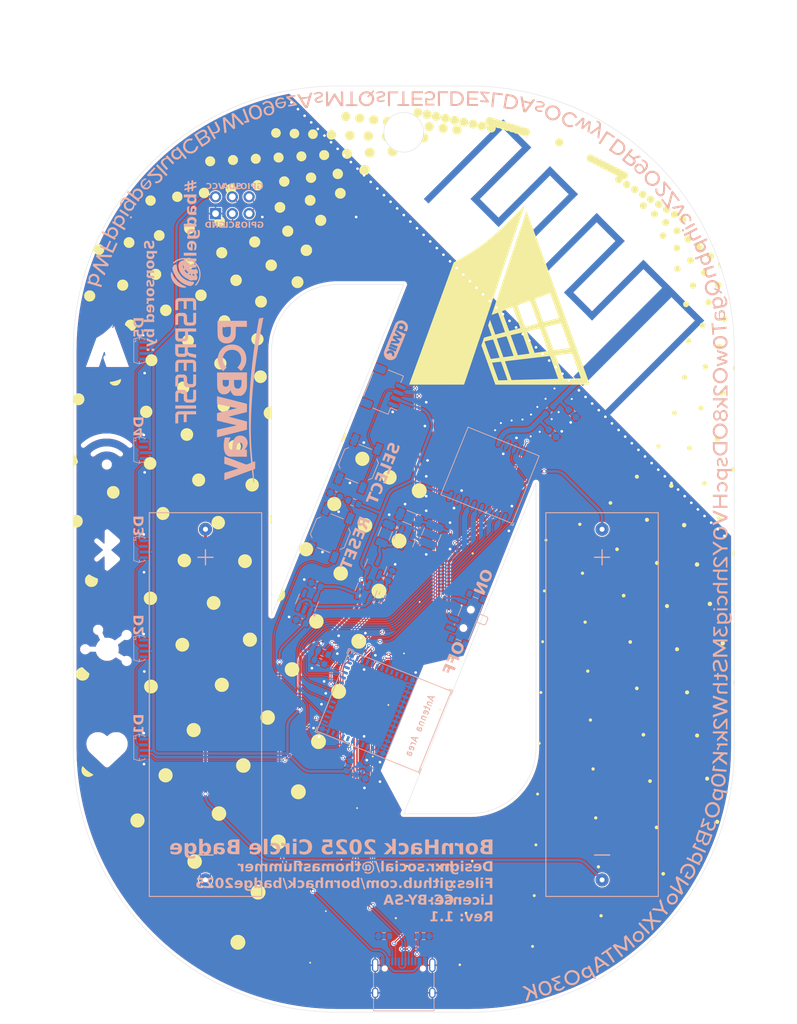
<source format=kicad_pcb>
(kicad_pcb (version 20241229) (generator "pcbnew") (generator_version "9.0")
  (title_block (title "Circle badge") (date "2025-06-08") (rev "1.1") (company "BornHack") (comment 1 "CC-BY-SA"))
  (layers (0 "F.Cu" signal) (2 "B.Cu" signal) (13 "F.Paste" user) (15 "B.Paste" user) (5 "F.SilkS" user "F.Silkscreen") (7 "B.SilkS" user "B.Silkscreen") (1 "F.Mask" user) (3 "B.Mask" user) (25 "Edge.Cuts" user))
  (net 0 "")
  (net 1 "VCC")
  (net 2 "GND")
  (net 3 "/esp31-c3-mini/N_RST")
  (net 4 "Net-(J3-CC1)")
  (net 5 "/5 WS2812/DIN")
  (net 6 "Net-(J3-CC2)")
  (net 7 "/esp31-c3-mini/USB_D-")
  (net 8 "/esp31-c3-mini/USB_D+")
  (net 9 "Net-(D1-DOUT)")
  (net 10 "Net-(D2-DOUT)")
  (net 11 "Net-(D3-DOUT)")
  (net 12 "Net-(D4-DOUT)")
  (net 20 "/5 WS2812/DOUT")
  (net 27 "/SCL")
  (net 28 "/SDA")
  (net 30 "/PSU 2xAA USB 3v3/BAT+")
  (net 31 "Net-(BT1--)")
  (net 32 "/PSU 2xAA USB 3v3/USB_BUS_POWER")
  (net 33 "Net-(SW1-A)")
  (net 34 "/PSU 2xAA USB 3v3/VREG_OUT")
  (net 35 "/PSU 2xAA USB 3v3/BOOST_OUT")
  (net 36 "Net-(U2-LX)")
  (net 37 "Net-(Q2-G)")
  (net 40 "Net-(AE1-Pad1)")
  (net 41 "Net-(U3-ANT)")
  (net 42 "/LoRa SX1262/BUSY")
  (net 43 "/LoRa SX1262/RF_SW1")
  (net 44 "/LoRa SX1262/NSS")
  (net 45 "/LoRa SX1262/~{RESET}")
  (net 46 "/LoRa SX1262/DIO1")
  (net 47 "/LoRa SX1262/MISO")
  (net 48 "/LoRa SX1262/SCK")
  (net 49 "/LoRa SX1262/MOSI")
  (net 50 "/SAO_GPIO1")
  (net 51 "/SAO_GPIO2")
  (footprint "LOGO" (layer "F.Cu") (at 55 99.5)
    (property "Reference" "G***" (hide yes))
    (property "Value" "LOGO" (hide yes))
  )
  (footprint "badgelife_sao_v169bis:Badgelife-SAOv169-BADGE-2x3" (layer "F.Cu") (at 74 48)
    (property "Reference" "X1" (hide yes))
    (property "Value" "#badgelife" (hide yes))
  )
  (footprint "LOGO" (layer "F.Cu") (at 104.75 96.5)
    (property "Reference" "G***" (hide yes))
    (property "Value" "LOGO" (hide yes))
  )
  (footprint "Resistor_SMD:R_0603_1608Metric" (layer "B.Cu") (at 103 158.5)
    (property "Reference" "R9" (hide yes))
    (property "Value" "5.1K")
  )
  (footprint "sensecap:MODULE12P-1.27-11X11.6MM" (layer "B.Cu") (at 116.363437 96.106634 158)
    (property "Reference" "U3" (hide yes))
    (property "Value" "Wio-SX1262 / 113991436")
  )
  (footprint "Inductor_SMD:L_1210_3225Metric" (layer "B.Cu") (at 104.175 97.825 -112)
    (property "Reference" "L1" (hide yes))
    (property "Value" "47uH")
  )
  (footprint "Capacitor_SMD:C_1206_3216Metric" (layer "B.Cu") (at 97.2 97.675 68)
    (property "Reference" "C4" (hide yes))
    (property "Value" "100uF")
  )
  (footprint "PCM_Espressif:ESP32-C3-MINI-1" (layer "B.Cu") (at 97 124.5 68)
    (property "Reference" "U4" (hide yes))
    (property "Value" "ESP32-C3-MINI-1")
  )
  (footprint "Resistor_SMD:R_0603_1608Metric" (layer "B.Cu") (at 92.375 92.925 158)
    (property "Reference" "R11" (hide yes))
    (property "Value" "10K")
  )
  (footprint "LOGO" (layer "B.Cu") (at 75.25 77.5 -90)
    (property "Reference" "G***" (hide yes))
    (property "Value" "LOGO" (hide yes))
  )
  (footprint "LOGO" (layer "B.Cu") (at 98.8 68.4 -112)
    (property "Reference" "G***" (hide yes))
    (property "Value" "LOGO" (hide yes))
  )
  (footprint "Opto:WS2812B-4020" (layer "B.Cu") (at 60 115 -90)
    (property "Reference" "D2")
    (property "Value" "WS2812B-4020" (hide yes))
  )
  (footprint "Package_TO_SOT_SMD:SOT-23" (layer "B.Cu") (at 95.75 102.675 68)
    (property "Reference" "Q2" (hide yes))
    (property "Value" "CJ2305")
  )
  (footprint "Capacitor_SMD:C_1206_3216Metric" (layer "B.Cu") (at 100.825 95.25 158)
    (property "Reference" "C2" (hide yes))
    (property "Value" "100uF")
  )
  (footprint "Package_TO_SOT_SMD:SOT-23" (layer "B.Cu") (at 94.3 106.3 68)
    (property "Reference" "Q1" (hide yes))
    (property "Value" "CJ2302")
  )
  (footprint "Opto:WS2812B-4020" (layer "B.Cu") (at 60 130 -90)
    (property "Reference" "D1")
    (property "Value" "WS2812B-4020" (hide yes))
  )
  (footprint "Connector_USB:USB_C_Receptacle_XKB_U262-16XN-4BVC11" (layer "B.Cu") (at 100 166 180)
    (property "Reference" "J3" (hide yes))
    (property "Value" "TYPE-C16PIN")
  )
  (footprint "Button_Switch_SMD:SW_SPDT_PCM12" (layer "B.Cu") (at 109.28 110.42 -112)
    (property "Reference" "SW1" (hide yes))
    (property "Value" "MK-12C02-G015")
  )
  (footprint "Resistor_SMD:R_0603_1608Metric" (layer "B.Cu") (at 87.225 117.075 -22)
    (property "Reference" "R13" (hide yes))
    (property "Value" "10K")
  )
  (footprint "Capacitor_SMD:C_0603_1608Metric" (layer "B.Cu") (at 93.05 133.375 -112)
    (property "Reference" "C8" (hide yes))
    (property "Value" "100nF")
  )
  (footprint "Power:Single_AA" (layer "B.Cu") (at 130 123.5 180)
    (property "Reference" "BT1" (hide yes))
    (property "Value" "BH-AA-A1AJ020")
  )
  (footprint "Resistor_SMD:R_0603_1608Metric" (layer "B.Cu") (at 91.625 132.775 68)
    (property "Reference" "R12" (hide yes))
    (property "Value" "10K")
  )
  (footprint "Resistor_SMD:R_0603_1608Metric" (layer "B.Cu") (at 97.95 104.025 68)
    (property "Reference" "R4" (hide yes))
    (property "Value" "6.8k")
  )
  (footprint "Opto:WS2812B-4020" (layer "B.Cu") (at 60 100 -90)
    (property "Reference" "D3")
    (property "Value" "WS2812B-4020" (hide yes))
  )
  (footprint "Resistor_SMD:R_0603_1608Metric" (layer "B.Cu") (at 97 158.5 180)
    (property "Reference" "R10" (hide yes))
    (property "Value" "5.1K")
  )
  (footprint "Package_TO_SOT_SMD:SOT-23" (layer "B.Cu") (at 100.15 98.475 -112)
    (property "Reference" "U2" (hide yes))
    (property "Value" "QX2304")
  )
  (footprint "Capacitor_SMD:C_0603_1608Metric" (layer "B.Cu") (at 122.5 82.5 -45)
    (property "Reference" "C5" (hide yes))
    (property "Value" "C")
  )
  (footprint "Power:Single_AA" (layer "B.Cu") (at 70 123.5 180)
    (property "Reference" "BT2" (hide yes))
    (property "Value" "BH-AA-A1AJ020")
  )
  (footprint "Inductor_SMD:L_0603_1608Metric" (layer "B.Cu") (at 122 79 45)
    (property "Reference" "L2" (hide yes))
    (property "Value" "0 ohm")
  )
  (footprint "Capacitor_SMD:C_0603_1608Metric" (layer "B.Cu") (at 89.6 91.8 158)
    (property "Reference" "C7" (hide yes))
    (property "Value" "1uF")
  )
  (footprint "Package_TO_SOT_SMD:SOT-23-5" (layer "B.Cu") (at 85.375 108.0875 68)
    (property "Reference" "U1" (hide yes))
    (property "Value" "XC6210B332MR")
  )
  (footprint "Opto:WS2812B-4020" (layer "B.Cu") (at 60 85 -90)
    (property "Reference" "D4")
    (property "Value" "WS2812B-4020" (hide yes))
  )
  (footprint "Opto:WS2812B-4020" (layer "B.Cu") (at 60 70 -90)
    (property "Reference" "D5")
    (property "Value" "WS2812B-4020" (hide yes))
  )
  (footprint "Capacitor_SMD:C_0603_1608Metric" (layer "B.Cu") (at 94.475 133.95 -112)
    (property "Reference" "C6" (hide yes))
    (property "Value" "10uF")
  )
  (footprint "Capacitor_SMD:C_0603_1608Metric" (layer "B.Cu") (at 86.725 105.375 158)
    (property "Reference" "C3" (hide yes))
    (property "Value" "1uF")
  )
  (footprint "Resistor_SMD:R_0603_1608Metric" (layer "B.Cu") (at 96.8 106.85 68)
    (property "Reference" "R3" (hide yes))
    (property "Value" "4.7k")
  )
  (footprint "Button_Switch_SMD:SW_SPST_TL3342" (layer "B.Cu") (at 93.15 87.1 68)
    (property "Reference" "SW5" (hide yes))
    (property "Value" "TS5220A")
  )
  (footprint "Connector_JST:JST_SH_SM04B-SRSS-TB_1x04-1MP_P1.00mm_Horizontal" (layer "B.Cu") (at 97.13 76.06 68)
    (property "Reference" "J4" (hide yes))
    (property "Value" "1.0T-4P")
  )
  (footprint "Capacitor_SMD:C_0603_1608Metric" (layer "B.Cu") (at 125.5 79.5 -45)
    (property "Reference" "C9" (hide yes))
    (property "Value" "C")
  )
  (footprint "Capacitor_SMD:C_0603_1608Metric" (layer "B.Cu") (at 84.45 110.975 158)
    (property "Reference" "C1" (hide yes))
    (property "Value" "1uF")
  )
  (footprint "Resistor_SMD:R_0603_1608Metric" (layer "B.Cu") (at 87.8 115.65 -22)
    (property "Reference" "R14" (hide yes))
    (property "Value" "10K")
  )
  (footprint "Button_Switch_SMD:SW_SPST_TL3342" (layer "B.Cu") (at 88.9 97.6 -112)
    (property "Reference" "SW4" (hide yes))
    (property "Value" "TS5220A")
  )
  (footprint "LOGO" (layer "B.Cu") (at 67 68.5 -90)
    (property "Reference" "G***" (hide yes))
    (property "Value" "LOGO" (hide yes))
  )
  (footprint "LOGO" (layer "B.Cu") (at 100 100 180)
    (property "Reference" "G***" (hide yes))
    (property "Value" "LOGO" (hide yes))
  )
  (footprint "Antennas:868 Inverted F Antenna" (layer "B.Cu") (at 126.358757 74.647339 135)
    (property "Reference" "AE1" (hide yes))
    (property "Value" "Antenna_Dipole")
  )
  (gr_arc (start 150 130) (mid 138.284271 158.284271) (end 110 170) (stroke (width 0.05)) (layer "Edge.Cuts"))
  (gr_line (start 100 60) (end 80 110) (stroke (width 0.05)) (layer "Edge.Cuts"))
  (gr_line (start 120 90) (end 100 140) (stroke (width 0.05)) (layer "Edge.Cuts"))
  (gr_arc (start 103 37) (mid 100 40) (end 97 37) (stroke (width 0.05)) (layer "Edge.Cuts"))
  (gr_arc (start 97 37) (mid 100 34) (end 103 37) (stroke (width 0.05)) (layer "Edge.Cuts"))
  (gr_line (start 120 90) (end 120 130) (stroke (width 0.05)) (layer "Edge.Cuts"))
  (gr_line (start 150 70) (end 150 130) (stroke (width 0.05)) (layer "Edge.Cuts"))
  (gr_arc (start 120 130) (mid 117.071068 137.071068) (end 110 140) (stroke (width 0.05)) (layer "Edge.Cuts"))
  (gr_arc (start 50 70) (mid 61.715729 41.715729) (end 90 30) (stroke (width 0.05)) (layer "Edge.Cuts"))
  (gr_arc (start 110 30) (mid 138.284271 41.715729) (end 150 70) (stroke (width 0.05)) (layer "Edge.Cuts"))
  (gr_line (start 90 60) (end 100 60) (stroke (width 0.05)) (layer "Edge.Cuts"))
  (gr_line (start 110 170) (end 90 170) (stroke (width 0.05)) (layer "Edge.Cuts"))
  (gr_arc (start 90 170) (mid 61.715729 158.284271) (end 50 130) (stroke (width 0.05)) (layer "Edge.Cuts"))
  (gr_line (start 110 140) (end 100 140) (stroke (width 0.05)) (layer "Edge.Cuts"))
  (gr_line (start 90 30) (end 110 30) (stroke (width 0.05)) (layer "Edge.Cuts"))
  (gr_arc (start 80 70) (mid 82.928932 62.928932) (end 90 60) (stroke (width 0.05)) (layer "Edge.Cuts"))
  (gr_line (start 80 70) (end 80 110) (stroke (width 0.05)) (layer "Edge.Cuts"))
  (gr_line (start 50 130) (end 50 70) (stroke (width 0.05)) (layer "Edge.Cuts"))
  (gr_text "RESET" (at 93.7 99.5 68) (layer "B.SilkS") (effects (font (size 1.7 1.7) (thickness 0.3) (bold yes)) (justify bottom mirror)))
  (gr_text "BornHack 2025 Circle Badge" (at 113.7 146.5 0) (layer "B.SilkS") (effects (font (size 2.2 2.2) (thickness 0.2) (bold yes)) (justify left bottom mirror)))
  (gr_text "Design:\nFiles:\nLicense:\nRev:" (at 113.6 156.52 0) (layer "B.SilkS") (effects (font (size 1.5 1.5) (thickness 0.2) (bold yes)) (justify left bottom mirror)))
  (gr_text "OFF" (at 108.6 116.9 68) (layer "B.SilkS") (effects (font (size 1.7 1.7) (thickness 0.3) (bold yes)) (justify bottom mirror)))
  (gr_text "#badgelife" (at 68.93 44.07 90) (layer "B.SilkS") (effects (font (size 1.8 1.8) (thickness 0.3) (bold yes)) (justify left bottom mirror)))
  (gr_text "ON" (at 113.1 105.4 68) (layer "B.SilkS") (effects (font (size 1.7 1.7) (thickness 0.3) (bold yes)) (justify bottom mirror)))
  (gr_text "Sponsored by:" (at 62.5 53.25 90) (layer "B.SilkS") (effects (font (size 1.5 1.5) (thickness 0.2) (bold yes)) (justify left bottom mirror)))
  (gr_text "SELECT" (at 97.95 88.95 68) (layer "B.SilkS") (effects (font (size 1.7 1.7) (thickness 0.3) (bold yes)) (justify bottom mirror)))
  (gr_text "hxr.social/@thomasflummer\ngithub.com/bornhack/badge2025\nCC-BY-SA\n1.1" (at 107.6 156.52 0) (layer "B.SilkS") (effects (font (size 1.5 1.5) (thickness 0.2) (bold yes)) (justify left bottom mirror)))
  (segment (start 84.835787 115.714213) (end 85.714214 114.835786) (width 0.4) (layer "F.Cu") (net 1))
  (segment (start 84.25 124.25) (end 84.25 117.128427) (width 0.4) (layer "F.Cu") (net 1))
  (segment (start 87.128427 114.25) (end 87.5 114.25) (width 0.4) (layer "F.Cu") (net 1))
  (segment (start 87.5 114.25) (end 93.064214 108.685786) (width 0.4) (layer "F.Cu") (net 1))
  (segment (start 93.65 107.271573) (end 93.65 104.65) (width 0.4) (layer "F.Cu") (net 1))
  (via (at 87.5 114.25) (size 0.6) (drill 0.4) (layers "F.Cu" "B.Cu") (net 1))
  (via (at 84.25 124.25) (size 0.6) (drill 0.4) (layers "F.Cu" "B.Cu") (net 1))
  (via (at 93.65 104.65) (size 0.6) (drill 0.4) (layers "F.Cu" "B.Cu") (net 1))
  (arc (start 93.064214 108.685786) (mid 93.497759 108.03694) (end 93.65 107.271573) (width 0.4) (layer "F.Cu") (net 1))
  (arc (start 87.128427 114.25) (mid 86.36306 114.402241) (end 85.714214 114.835786) (width 0.4) (layer "F.Cu") (net 1))
  (arc (start 84.835787 115.714213) (mid 84.402241 116.36306) (end 84.25 117.128427) (width 0.4) (layer "F.Cu") (net 1))
  (segment (start 94.15 105.25) (end 94 104.45) (width 0.4) (layer "B.Cu") (net 1))
  (segment (start 82.4 130.9) (end 82.4 126.928427) (width 0.4) (layer "B.Cu") (net 1))
  (segment (start 62.125 115.4) (end 62.125 100.4) (width 0.4) (layer "B.Cu") (net 1))
  (segment (start 62.125 86.088) (end 62.125 85.425) (width 0.4) (layer "B.Cu") (net 1))
  (segment (start 91.255877 133.6) (end 91.31595 133.539927) (width 0.4) (layer "B.Cu") (net 1))
  (segment (start 98.667064 77.212805) (end 102.753415 78.850745) (width 0.4) (layer "B.Cu") (net 1))
  (segment (start 104.149829 82.030444) (end 101.2 89.7) (width 0.4) (layer "B.Cu") (net 1))
  (segment (start 82.985787 125.514213) (end 84.25 124.25) (width 0.4) (layer "B.Cu") (net 1))
  (segment (start 62.125 85.425) (end 60.65 85.425) (width 0.4) (layer "B.Cu") (net 1))
  (segment (start 82.4 130.9) (end 62.807107 130.9) (width 0.4) (layer "B.Cu") (net 1))
  (segment (start 94 104.45) (end 94.517982 103.188359) (width 0.4) (layer "B.Cu") (net 1))
  (segment (start 105.8 91.5) (end 101.2 89.7) (width 0.4) (layer "B.Cu") (net 1))
  (segment (start 101.2 89.7) (end 98.627755 90.869202) (width 0.4) (layer "B.Cu") (net 1))
  (segment (start 60.65 70.425) (end 61.7 70.425) (width 0.4) (layer "B.Cu") (net 1))
  (segment (start 66.185787 50.214213) (end 69.064214 47.335786) (width 0.4) (layer "B.Cu") (net 1))
  (segment (start 94.208913 103.064229) (end 94.517982 103.188359) (width 0.4) (layer "B.Cu") (net 1))
  (segment (start 93.65 104.65) (end 94 104.45) (width 0.4) (layer "B.Cu") (net 1))
  (segment (start 82.4 130.9) (end 84.514214 133.014214) (width 0.4) (layer "B.Cu") (net 1))
  (segment (start 62.125 130.425) (end 60.65 130.425) (width 0.4) (layer "B.Cu") (net 1))
  (segment (start 96.527523 94.6) (end 93.645711 101.739034) (width 0.4) (layer "B.Cu") (net 1))
  (segment (start 103.831518 79.882829) (end 104.105354 80.48815) (width 0.4) (layer "B.Cu") (net 1))
  (segment (start 91.31595 133.539927) (end 93.34032 132.656433) (width 0.4) (layer "B.Cu") (net 1))
  (segment (start 85.928427 133.6) (end 91.255877 133.6) (width 0.4) (layer "B.Cu") (net 1))
  (segment (start 87.035073 115.34095) (end 87.5 114.25) (width 0.4) (layer "B.Cu") (net 1))
  (segment (start 107 91.999999) (end 105.8 91.5) (width 0.4) (layer "B.Cu") (net 1))
  (segment (start 96.588073 94.45) (end 96.527523 94.6) (width 0.4) (layer "B.Cu") (net 1))
  (segment (start 65.6 65.696573) (end 65.6 51.628427) (width 0.4) (layer "B.Cu") (net 1))
  (segment (start 61.7 70.425) (end 65.014214 67.110786) (width 0.4) (layer "B.Cu") (net 1))
  (segment (start 61.7 70.425) (end 61.978554 70.703554) (width 0.4) (layer "B.Cu") (net 1))
  (segment (start 62.1 100.425) (end 62.125 100.4) (width 0.4) (layer "B.Cu") (net 1))
  (segment (start 62.125 130.425) (end 62.125 115.4) (width 0.4) (layer "B.Cu") (net 1))
  (segment (start 86.460073 116.76595) (end 87.035073 115.34095) (width 0.4) (layer "B.Cu") (net 1))
  (segment (start 62.125 100.4) (end 62.125 86.088) (width 0.4) (layer "B.Cu") (net 1))
  (segment (start 94.651194 105.430765) (end 94.15 105.25) (width 0.4) (layer "B.Cu") (net 1))
  (segment (start 62.125 71.057107) (end 62.125 86.088) (width 0.4) (layer "B.Cu") (net 1))
  (segment (start 97.600764 91.94129) (end 96.588073 94.45) (width 0.4) (layer "B.Cu") (net 1))
  (segment (start 93.636681 102.464482) (end 93.645274 102.487396) (width 0.4) (layer "B.Cu") (net 1))
  (segment (start 60.65 100.425) (end 62.1 100.425) (width 0.4) (layer "B.Cu") (net 1))
  (segment (start 70.478427 46.75) (end 71.52 46.75) (width 0.4) (layer "B.Cu") (net 1))
  (segment (start 62.453553 130.753553) (end 62.125 130.425) (width 0.4) (layer "B.Cu") (net 1))
  (segment (start 93.139927 93.23405) (end 96.527523 94.6) (width 0.4) (layer "B.Cu") (net 1))
  (segment (start 94.76532 133.231433) (end 93.34032 132.656433) (width 0.4) (layer "B.Cu") (net 1))
  (segment (start 60.65 115.425) (end 62.1 115.425) (width 0.4) (layer "B.Cu") (net 1))
  (segment (start 94.511664 129.858004) (end 93.34032 132.656433) (width 0.2) (layer "B.Cu") (net 1))
  (segment (start 62.1 115.425) (end 62.125 115.4) (width 0.4) (layer "B.Cu") (net 1))
  (arc (start 97.600764 91.94129) (mid 98.011098 91.306424) (end 98.627755 90.869202) (width 0.4) (layer "B.Cu") (net 1))
  (arc (start 94.208913 103.064229) (mid 93.866364 102.835153) (end 93.645274 102.487396) (width 0.4) (layer "B.Cu") (net 1))
  (arc (start 69.064214 47.335786) (mid 69.71306 46.902241) (end 70.478427 46.75) (width 0.4) (layer "B.Cu") (net 1))
  (arc (start 62.807107 130.9) (mid 62.615765 130.86194) (end 62.453553 130.753553) (width 0.4) (layer "B.Cu") (net 1))
  (arc (start 82.4 126.928427) (mid 82.552241 126.16306) (end 82.985787 125.514213) (width 0.4) (layer "B.Cu") (net 1))
  (arc (start 65.014214 67.110786) (mid 65.447759 66.46194) (end 65.6 65.696573) (width 0.4) (layer "B.Cu") (net 1))
  (arc (start 66.185787 50.214213) (mid 65.752241 50.86306) (end 65.6 51.628427) (width 0.4) (layer "B.Cu") (net 1))
  (arc (start 84.514214 133.014214) (mid 85.16306 133.447759) (end 85.928427 133.6) (width 0.4) (layer "B.Cu") (net 1))
  (arc (start 61.978554 70.703554) (mid 62.08694 70.865766) (end 62.125 71.057107) (width 0.4) (layer "B.Cu") (net 1))
  (arc (start 102.753415 78.850745) (mid 103.392346 79.262454) (end 103.831518 79.882829) (width 0.4) (layer "B.Cu") (net 1))
  (arc (start 93.636681 102.464482) (mid 93.573087 102.10091) (end 93.645711 101.739034) (width 0.4) (layer "B.Cu") (net 1))
  (arc (start 104.105354 80.48815) (mid 104.282307 81.254836) (end 104.149829 82.030444) (width 0.4) (layer "B.Cu") (net 1))
  (via (at 137.5 87) (size 0.6) (drill 0.4) (layers "F.Cu" "B.Cu") (net 2))
  (via (at 103.6 86.6) (size 0.6) (drill 0.4) (layers "F.Cu" "B.Cu") (net 2))
  (via (at 141.5 91) (size 0.6) (drill 0.4) (layers "F.Cu" "B.Cu") (net 2))
  (via (at 60.66 112.84) (size 0.6) (drill 0.4) (layers "F.Cu" "B.Cu") (net 2))
  (via (at 115.05 85.6) (size 0.6) (drill 0.4) (layers "F.Cu" "B.Cu") (net 2))
  (via (at 84.95 104.6) (size 0.6) (drill 0.4) (layers "F.Cu" "B.Cu") (net 2))
  (via (at 86 35.5) (size 0.6) (drill 0.4) (layers "F.Cu" "B.Cu") (net 2))
  (via (at 90 39.5) (size 0.6) (drill 0.4) (layers "F.Cu" "B.Cu") (net 2))
  (via (at 108 57.5) (size 0.6) (drill 0.4) (layers "F.Cu" "B.Cu") (net 2))
  (via (at 60.67 82.75) (size 0.6) (drill 0.4) (layers "F.Cu" "B.Cu") (net 2))
  (via (at 96 45.5) (size 0.6) (drill 0.4) (layers "F.Cu" "B.Cu") (net 2))
  (via (at 134.5 84) (size 0.6) (drill 0.4) (layers "F.Cu" "B.Cu") (net 2))
  (via (at 115.9 97.25) (size 0.6) (drill 0.4) (layers "F.Cu" "B.Cu") (net 2))
  (via (at 103.4 89) (size 0.6) (drill 0.4) (layers "F.Cu" "B.Cu") (net 2))
  (via (at 106 55.5) (size 0.6) (drill 0.4) (layers "F.Cu" "B.Cu") (net 2))
  (via (at 60.7 103.5) (size 0.6) (drill 0.4) (layers "F.Cu" "B.Cu") (net 2))
  (via (at 118 67.5) (size 0.6) (drill 0.4) (layers "F.Cu" "B.Cu") (net 2))
  (via (at 130.5 80) (size 0.6) (drill 0.4) (layers "F.Cu" "B.Cu") (net 2))
  (via (at 107 96) (size 0.6) (drill 0.4) (layers "F.Cu" "B.Cu") (net 2))
  (via (at 120 69.5) (size 0.6) (drill 0.4) (layers "F.Cu" "B.Cu") (net 2))
  (via (at 116 65.5) (size 0.6) (drill 0.4) (layers "F.Cu" "B.Cu") (net 2))
  (via (at 138.5 88) (size 0.6) (drill 0.4) (layers "F.Cu" "B.Cu") (net 2))
  (via (at 83 32.5) (size 0.6) (drill 0.4) (layers "F.Cu" "B.Cu") (net 2))
  (via (at 94.4 131.9) (size 0.6) (drill 0.4) (layers "F.Cu" "B.Cu") (net 2))
  (via (at 116.35 93.5) (size 0.6) (drill 0.4) (layers "F.Cu" "B.Cu") (net 2))
  (via (at 114.69 80.95) (size 0.5) (drill 0.3) (layers "F.Cu" "B.Cu") (net 2))
  (via (at 87 36.5) (size 0.6) (drill 0.4) (layers "F.Cu" "B.Cu") (net 2))
  (via (at 123 72.5) (size 0.6) (drill 0.4) (layers "F.Cu" "B.Cu") (net 2))
  (via (at 94.2 112.7) (size 0.6) (drill 0.4) (layers "F.Cu" "B.Cu") (net 2))
  (via (at 91 40.5) (size 0.6) (drill 0.4) (layers "F.Cu" "B.Cu") (net 2))
  (via (at 125.25 80.85) (size 0.6) (drill 0.4) (layers "F.Cu" "B.Cu") (net 2))
  (via (at 122 71.5) (size 0.6) (drill 0.4) (layers "F.Cu" "B.Cu") (net 2))
  (via (at 108.75 91.15) (size 0.6) (drill 0.4) (layers "F.Cu" "B.Cu") (net 2))
  (via (at 82.65 110.25) (size 0.6) (drill 0.4) (layers "F.Cu" "B.Cu") (net 2))
  (via (at 107 100) (size 0.6) (drill 0.4) (layers "F.Cu" "B.Cu") (net 2))
  (via (at 102 51.5) (size 0.6) (drill 0.4) (layers "F.Cu" "B.Cu") (net 2))
  (via (at 95.7 116.05) (size 0.6) (drill 0.4) (layers "F.Cu" "B.Cu") (net 2))
  (via (at 103.4 92) (size 0.6) (drill 0.4) (layers "F.Cu" "B.Cu") (net 2))
  (via (at 98.32 79.27) (size 0.6) (drill 0.4) (layers "F.Cu" "B.Cu") (net 2))
  (via (at 60.62 67.7) (size 0.6) (drill 0.3) (layers "F.Cu" "B.Cu") (net 2))
  (via (at 78.6 49.8) (size 0.6) (drill 0.4) (layers "F.Cu" "B.Cu") (net 2))
  (via (at 87.55 123.45) (size 0.6) (drill 0.4) (layers "F.Cu" "B.Cu") (net 2))
  (via (at 87.95 120) (size 0.6) (drill 0.4) (layers "F.Cu" "B.Cu") (net 2))
  (via (at 135.5 85) (size 0.6) (drill 0.4) (layers "F.Cu" "B.Cu") (net 2))
  (via (at 131.5 81) (size 0.6) (drill 0.4) (layers "F.Cu" "B.Cu") (net 2))
  (via (at 93.95 83.9) (size 0.6) (drill 0.4) (layers "F.Cu" "B.Cu") (net 2))
  (via (at 140.5 90) (size 0.6) (drill 0.4) (layers "F.Cu" "B.Cu") (net 2))
  (via (at 105 54.5) (size 0.6) (drill 0.4) (layers "F.Cu" "B.Cu") (net 2))
  (via (at 60.66 97.78) (size 0.6) (drill 0.4) (layers "F.Cu" "B.Cu") (net 2))
  (via (at 99 48.5) (size 0.6) (drill 0.4) (layers "F.Cu" "B.Cu") (net 2))
  (via (at 120.21 78.51) (size 0.5) (drill 0.3) (layers "F.Cu" "B.Cu") (net 2))
  (via (at 121 70.5) (size 0.6) (drill 0.4) (layers "F.Cu" "B.Cu") (net 2))
  (via (at 146.5 96) (size 0.6) (drill 0.4) (layers "F.Cu" "B.Cu") (net 2))
  (via (at 123.43 79.29) (size 0.5) (drill 0.3) (layers "F.Cu" "B.Cu") (net 2))
  (via (at 97.8 94.8) (size 0.6) (drill 0.4) (layers "F.Cu" "B.Cu") (net 2))
  (via (at 143.5 93) (size 0.6) (drill 0.4) (layers "F.Cu" "B.Cu") (net 2))
  (via (at 115 64.5) (size 0.6) (drill 0.4) (layers "F.Cu" "B.Cu") (net 2))
  (via (at 133.5 83) (size 0.6) (drill 0.4) (layers "F.Cu" "B.Cu") (net 2))
  (via (at 94.05 136.1) (size 0.6) (drill 0.4) (layers "F.Cu" "B.Cu") (net 2))
  (via (at 96.4 135.15) (size 0.6) (drill 0.4) (layers "F.Cu" "B.Cu") (net 2))
  (via (at 89.95 115.8) (size 0.6) (drill 0.4) (layers "F.Cu" "B.Cu") (net 2))
  (via (at 60.8 88.4) (size 0.6) (drill 0.4) (layers "F.Cu" "B.Cu") (net 2))
  (via (at 129.5 79) (size 0.6) (drill 0.4) (layers "F.Cu" "B.Cu") (net 2))
  (via (at 122.8 75.72) (size 0.5) (drill 0.3) (layers "F.Cu" "B.Cu") (net 2))
  (via (at 60.75 118.5) (size 0.6) (drill 0.4) (layers "F.Cu" "B.Cu") (net 2))
  (via (at 92.8 49.8) (size 0.6) (drill 0.4) (layers "F.Cu" "B.Cu") (net 2))
  (via (at 145.5 95) (size 0.6) (drill 0.4) (layers "F.Cu" "B.Cu") (net 2))
  (via (at 144.5 94) (size 0.6) (drill 0.4) (layers "F.Cu" "B.Cu") (net 2))
  (via (at 103.4 77.8) (size 0.6) (drill 0.4) (layers "F.Cu" "B.Cu") (net 2))
  (via (at 111 60.5) (size 0.6) (drill 0.4) (layers "F.Cu" "B.Cu") (net 2))
  (via (at 139.5 89) (size 0.6) (drill 0.4) (layers "F.Cu" "B.Cu") (net 2))
  (via (at 136.5 86) (size 0.6) (drill 0.4) (layers "F.Cu" "B.Cu") (net 2))
  (via (at 121.45 77.28) (size 0.5) (drill 0.3) (layers "F.Cu" "B.Cu") (net 2))
  (via (at 119.25 79.66) (size 0.5) (drill 0.3) (layers "F.Cu" "B.Cu") (net 2))
  (via (at 104 53.5) (size 0.6) (drill 0.4) (layers "F.Cu" "B.Cu") (net 2))
  (via (at 87.7 100.45) (size 0.6) (drill 0.4) (layers "F.Cu" "B.Cu") (net 2))
  (via (at 113 62.5) (size 0.6) (drill 0.4) (layers "F.Cu" "B.Cu") (net 2))
  (via (at 90.15 113.1) (size 0.6) (drill 0.4) (layers "F.Cu" "B.Cu") (net 2))
  (via (at 122.38 80.35) (size 0.5) (drill 0.3) (layers "F.Cu" "B.Cu") (net 2))
  (via (at 147.5 97) (size 0.6) (drill 0.4) (layers "F.Cu" "B.Cu") (net 2))
  (via (at 112 61.5) (size 0.6) (drill 0.4) (layers "F.Cu" "B.Cu") (net 2))
  (via (at 86.1 118) (size 0.6) (drill 0.4) (layers "F.Cu" "B.Cu") (net 2))
  (via (at 95 44.5) (size 0.6) (drill 0.4) (layers "F.Cu" "B.Cu") (net 2))
  (via (at 116.31 80.56) (size 0.5) (drill 0.3) (layers "F.Cu" "B.Cu") (net 2))
  (via (at 117.96 80.41) (size 0.5) (drill 0.3) (layers "F.Cu" "B.Cu") (net 2))
  (via (at 60.8 73.4) (size 0.6) (drill 0.4) (layers "F.Cu" "B.Cu") (net 2))
  (via (at 142.5 92) (size 0.6) (drill 0.4) (layers "F.Cu" "B.Cu") (net 2))
  (via (at 86.35 127.05) (size 0.6) (drill 0.4) (layers "F.Cu" "B.Cu") (net 2))
  (via (at 126.5 76) (size 0.6) (drill 0.4) (layers "F.Cu" "B.Cu") (net 2))
  (via (at 114 63.5) (size 0.6) (drill 0.4) (layers "F.Cu" "B.Cu") (net 2))
  (via (at 117.05 83.19) (size 0.6) (drill 0.4) (layers "F.Cu" "B.Cu") (net 2))
  (via (at 92 41.5) (size 0.6) (drill 0.4) (layers "F.Cu" "B.Cu") (net 2))
  (via (at 103 52.5) (size 0.6) (drill 0.4) (layers "F.Cu" "B.Cu") (net 2))
  (via (at 94 118.2) (size 0.6) (drill 0.4) (layers "F.Cu" "B.Cu") (net 2))
  (via (at 107.6 93.8) (size 0.6) (drill 0.4) (layers "F.Cu" "B.Cu") (net 2))
  (via (at 98 47.5) (size 0.6) (drill 0.4) (layers "F.Cu" "B.Cu") (net 2))
  (via (at 98.7 102.3) (size 0.6) (drill 0.4) (layers "F.Cu" "B.Cu") (net 2))
  (via (at 107 56.5) (size 0.6) (drill 0.4) (layers "F.Cu" "B.Cu") (net 2))
  (via (at 96.4 132.2) (size 0.6) (drill 0.4) (layers "F.Cu" "B.Cu") (net 2))
  (via (at 113.82 82.03) (size 0.5) (drill 0.3) (layers "F.Cu" "B.Cu") (net 2))
  (via (at 148.5 98) (size 0.6) (drill 0.4) (layers "F.Cu" "B.Cu") (net 2))
  (via (at 101.8 118.65) (size 0.6) (drill 0.4) (layers "F.Cu" "B.Cu") (net 2))
  (via (at 125.41 77.31) (size 0.5) (drill 0.3) (layers "F.Cu" "B.Cu") (net 2))
  (via (at 117 66.5) (size 0.6) (drill 0.4) (layers "F.Cu" "B.Cu") (net 2))
  (via (at 94 43.5) (size 0.6) (drill 0.4) (layers "F.Cu" "B.Cu") (net 2))
  (via (at 132.5 82) (size 0.6) (drill 0.4) (layers "F.Cu" "B.Cu") (net 2))
  (via (at 100.2 93.2) (size 0.6) (drill 0.4) (layers "F.Cu" "B.Cu") (net 2))
  (via (at 89 38.5) (size 0.6) (drill 0.4) (layers "F.Cu" "B.Cu") (net 2))
  (via (at 94 128.3) (size 0.6) (drill 0.4) (layers "F.Cu" "B.Cu") (net 2))
  (via (at 84 33.5) (size 0.6) (drill 0.4) (layers "F.Cu" "B.Cu") (net 2))
  (via (at 101 50.5) (size 0.6) (drill 0.4) (layers "F.Cu" "B.Cu") (net 2))
  (via (at 128.5 78) (size 0.6) (drill 0.4) (layers "F.Cu" "B.Cu") (net 2))
  (via (at 60.7 132.5) (size 0.6) (drill 0.4) (layers "F.Cu" "B.Cu") (net 2))
  (via (at 119.19 82.96) (size 0.5) (drill 0.3) (layers "F.Cu" "B.Cu") (net 2))
  (via (at 109 58.5) (size 0.6) (drill 0.4) (layers "F.Cu" "B.Cu") (net 2))
  (via (at 119 68.5) (size 0.6) (drill 0.4) (layers "F.Cu" "B.Cu") (net 2))
  (via (at 93 42.5) (size 0.6) (drill 0.4) (layers "F.Cu" "B.Cu") (net 2))
  (via (at 90.15 94.35) (size 0.6) (drill 0.4) (layers "F.Cu" "B.Cu") (net 2))
  (via (at 87.2 128.35) (size 0.6) (drill 0.4) (layers "F.Cu" "B.Cu") (net 2))
  (via (at 103.4 100.8) (size 0.6) (drill 0.4) (layers "F.Cu" "B.Cu") (net 2))
  (via (at 91.85 90) (size 0.6) (drill 0.4) (layers "F.Cu" "B.Cu") (net 2))
  (via (at 103.2 81.4) (size 0.6) (drill 0.4) (layers "F.Cu" "B.Cu") (net 2))
  (via (at 85 34.5) (size 0.6) (drill 0.4) (layers "F.Cu" "B.Cu") (net 2))
  (via (at 88.2 121.8) (size 0.6) (drill 0.4) (layers "F.Cu" "B.Cu") (net 2))
  (via (at 110 59.5) (size 0.6) (drill 0.4) (layers "F.Cu" "B.Cu") (net 2))
  (via (at 124 73.5) (size 0.6) (drill 0.4) (layers "F.Cu" "B.Cu") (net 2))
  (via (at 123.9 82.2) (size 0.6) (drill 0.4) (layers "F.Cu" "B.Cu") (net 2))
  (via (at 88 37.5) (size 0.6) (drill 0.4) (layers "F.Cu" "B.Cu") (net 2))
  (via (at 125 74.5) (size 0.6) (drill 0.4) (layers "F.Cu" "B.Cu") (net 2))
  (via (at 103.4 94.2) (size 0.6) (drill 0.4) (layers "F.Cu" "B.Cu") (net 2))
  (via (at 127.5 77) (size 0.6) (drill 0.4) (layers "F.Cu" "B.Cu") (net 2))
  (via (at 60.67 127.82) (size 0.6) (drill 0.4) (layers "F.Cu" "B.Cu") (net 2))
  (via (at 120.57 82.27) (size 0.5) (drill 0.3) (layers "F.Cu" "B.Cu") (net 2))
  (via (at 100 49.5) (size 0.6) (drill 0.4) (layers "F.Cu" "B.Cu") (net 2))
  (via (at 97 46.5) (size 0.6) (drill 0.4) (layers "F.Cu" "B.Cu") (net 2))
  (segment (start 85.5 127.171573) (end 85.5 124.228427) (width 0.15) (layer "B.Cu") (net 3))
  (segment (start 90.80293 128.359578) (end 90.408449 129.290255) (width 0.15) (layer "B.Cu") (net 3))
  (segment (start 91.610073 92.61595) (end 91.561083 92.744804) (width 0.15) (layer "B.Cu") (net 3))
  (segment (start 85.096606 102.170615) (end 85.28067 102.08941) (width 0.15) (layer "B.Cu") (net 3))
  (segment (start 91.73655 93.750974) (end 91.858834 93.893639) (width 0.15) (layer "B.Cu") (net 3))
  (segment (start 86.830731 102.062293) (end 87.898037 102.489215) (width 0.15) (layer "B.Cu") (net 3))
  (segment (start 91.84166 95.391123) (end 89.481639 101.232382) (width 0.15) (layer "B.Cu") (net 3))
  (segment (start 84.914213 122.814213) (end 80.935786 118.835786) (width 0.15) (layer "B.Cu") (net 3))
  (segment (start 80.35 117.421573) (end 80.35 113.462912) (width 0.15) (layer "B.Cu") (net 3))
  (segment (start 88.692312 102.466921) (end 88.693322 102.466449) (width 0.15) (layer "B.Cu") (net 3))
  (segment (start 91.610073 92.61595) (end 90.318567 92.09032) (width 0.15) (layer "B.Cu") (net 3))
  (segment (start 89.487742 129.9) (end 88.228427 129.9) (width 0.15) (layer "B.Cu") (net 3))
  (segment (start 86.814213 129.314213) (end 86.085786 128.585786) (width 0.15) (layer "B.Cu") (net 3))
  (segment (start 89.197533 101.935092) (end 89.481639 101.232382) (width 0.15) (layer "B.Cu") (net 3))
  (segment (start 80.707617 111.605959) (end 84.046932 103.25767) (width 0.15) (layer "B.Cu") (net 3))
  (segment (start 92.030533 94.909562) (end 91.84166 95.391123) (width 0.15) (layer "B.Cu") (net 3))
  (arc (start 86.085786 128.585786) (mid 85.652241 127.93694) (end 85.5 127.171573) (width 0.15) (layer "B.Cu") (net 3))
  (arc (start 84.046932 103.25767) (mid 84.465151 102.611191) (end 85.096606 102.170615) (width 0.15) (layer "B.Cu") (net 3))
  (arc (start 85.28067 102.08941) (mid 86.052966 101.919552) (end 86.830731 102.062293) (width 0.15) (layer "B.Cu") (net 3))
  (arc (start 88.692312 102.466921) (mid 88.297484 102.560344) (end 87.898037 102.489215) (width 0.15) (layer "B.Cu") (net 3))
  (arc (start 80.707617 111.605959) (mid 80.440219 112.517375) (end 80.35 113.462912) (width 0.15) (layer "B.Cu") (net 3))
  (arc (start 88.228427 129.9) (mid 87.46306 129.747759) (end 86.814213 129.314213) (width 0.15) (layer "B.Cu") (net 3))
  (arc (start 92.030533 94.909562) (mid 92.085594 94.377786) (end 91.858834 93.893639) (width 0.15) (layer "B.Cu") (net 3))
  (arc (start 85.5 124.228427) (mid 85.347759 123.46306) (end 84.914213 122.814213) (width 0.15) (layer "B.Cu") (net 3))
  (arc (start 91.561083 92.744804) (mid 91.510673 93.27198) (end 91.73655 93.750974) (width 0.15) (layer "B.Cu") (net 3))
  (arc (start 89.487742 129.9) (mid 90.039895 129.733743) (end 90.408449 129.290255) (width 0.15) (layer "B.Cu") (net 3))
  (arc (start 80.935786 118.835786) (mid 80.502241 118.18694) (end 80.35 117.421573) (width 0.15) (layer "B.Cu") (net 3))
  (arc (start 88.693322 102.466449) (mid 88.995831 102.248599) (end 89.197533 101.935092) (width 0.15) (layer "B.Cu") (net 3))
  (segment (start 101.25 162.330001) (end 101.25 161.057107) (width 0.15) (layer "B.Cu") (net 4))
  (segment (start 102.175 159.717893) (end 102.175 158.5) (width 0.15) (layer "B.Cu") (net 4))
  (segment (start 101.396447 160.703553) (end 102.028554 160.071446) (width 0.15) (layer "B.Cu") (net 4))
  (arc (start 102.028554 160.071446) (mid 102.13694 159.909234) (end 102.175 159.717893) (width 0.15) (layer "B.Cu") (net 4))
  (arc (start 101.396447 160.703553) (mid 101.28806 160.865765) (end 101.25 161.057107) (width 0.15) (layer "B.Cu") (net 4))
  (segment (start 82 131.9) (end 83.15 130.75) (width 0.15) (layer "F.Cu") (net 5))
  (segment (start 83.15 130.75) (end 83.15 129.2) (width 0.15) (layer "F.Cu") (net 5))
  (segment (start 83.15 129.2) (end 86.8 125.55) (width 0.15) (layer "F.Cu") (net 5))
  (via (at 82 131.9) (size 0.5) (drill 0.3) (layers "F.Cu" "B.Cu") (net 5))
  (via (at 86.8 125.55) (size 0.5) (drill 0.3) (layers "F.Cu" "B.Cu") (net 5))
  (segment (start 88.155291 126.103473) (end 86.8 125.55) (width 0.15) (layer "B.Cu") (net 5))
  (segment (start 60.65 131.275) (end 61.567893 131.275) (width 0.15) (layer "B.Cu") (net 5))
  (segment (start 62.607107 131.9) (end 82 131.9) (width 0.15) (layer "B.Cu") (net 5))
  (segment (start 61.921447 131.421447) (end 62.253554 131.753554) (width 0.15) (layer "B.Cu") (net 5))
  (arc (start 61.567893 131.275) (mid 61.759235 131.31306) (end 61.921447 131.421447) (width 0.15) (layer "B.Cu") (net 5))
  (arc (start 62.607107 131.9) (mid 62.415766 131.86194) (end 62.253554 131.753554) (width 0.15) (layer "B.Cu") (net 5))
  (segment (start 98.25 162.33) (end 98.25 160.657107) (width 0.15) (layer "B.Cu") (net 6))
  (segment (start 97.825 159.817893) (end 97.825 158.5) (width 0.15) (layer "B.Cu") (net 6))
  (segment (start 98.103553 160.303553) (end 97.971446 160.171446) (width 0.15) (layer "B.Cu") (net 6))
  (arc (start 97.825 159.817893) (mid 97.86306 160.009234) (end 97.971446 160.171446) (width 0.15) (layer "B.Cu") (net 6))
  (arc (start 98.25 160.657107) (mid 98.21194 160.465765) (end 98.103553 160.303553) (width 0.15) (layer "B.Cu") (net 6))
  (segment (start 94.834835 154.053034) (end 94.834835 154.265165) (width 0.2) (layer "F.Cu") (net 7))
  (segment (start 93.221878 152.440077) (end 94.834835 154.053034) (width 0.2) (layer "F.Cu") (net 7))
  (segment (start 92.475 118.068202) (end 92.475 150.636954) (width 0.2) (layer "F.Cu") (net 7))
  (segment (start 94.709731 114.565095) (end 94.709731 114.777226) (width 0.2) (layer "F.Cu") (net 7))
  (segment (start 94.709731 114.777226) (end 93.221877 116.26508) (width 0.2) (layer "F.Cu") (net 7))
  (segment (start 100.8 160.45) (end 99.675 160.45) (width 0.2) (layer "F.Cu") (net 7))
  (via (at 94.709731 114.565095) (size 0.5) (drill 0.3) (layers "F.Cu" "B.Cu") (net 7))
  (via (at 99.675 160.45) (size 0.5) (drill 0.3) (layers "F.Cu" "B.Cu") (net 7))
  (via (at 94.834835 154.265165) (size 0.5) (drill 0.3) (layers "F.Cu" "B.Cu") (net 7))
  (via (at 100.8 160.45) (size 0.5) (drill 0.3) (layers "F.Cu" "B.Cu") (net 7))
  (arc (start 92.475 118.068202) (mid 92.669107 117.09236) (end 93.221877 116.26508) (width 0.2) (layer "F.Cu") (net 7))
  (arc (start 92.475 150.636954) (mid 92.669107 151.612797) (end 93.221878 152.440077) (width 0.2) (layer "F.Cu") (net 7))
  (segment (start 95.046966 154.265165) (end 99.189214 158.407413) (width 0.2) (layer "B.Cu") (net 7))
  (segment (start 99.775 159.821626) (end 99.775 161.442499) (width 0.2) (layer "B.Cu") (net 7))
  (segment (start 99.75 161.467499) (end 99.75 162.33) (width 0.2) (layer "B.Cu") (net 7))
  (segment (start 99.775 161.442499) (end 99.75 161.467499) (width 0.2) (layer "B.Cu") (net 7))
  (segment (start 94.5 114.9) (end 94.709731 114.565095) (width 0.2) (layer "B.Cu") (net 7))
  (segment (start 100.75 160.5) (end 100.8 160.45) (width 0.2) (layer "B.Cu") (net 7))
  (segment (start 94.834835 154.265165) (end 95.046966 154.265165) (width 0.2) (layer "B.Cu") (net 7))
  (segment (start 100.75 162.33) (end 100.75 160.5) (width 0.2) (layer "B.Cu") (net 7))
  (segment (start 94.1 115.9) (end 94.5 114.9) (width 0.2) (layer "B.Cu") (net 7))
  (segment (start 93.739795 116.819434) (end 94.1 115.9) (width 0.2) (layer "B.Cu") (net 7))
  (arc (start 99.189214 158.407413) (mid 99.622759 159.056259) (end 99.775 159.821626) (width 0.2) (layer "B.Cu") (net 7))
  (segment (start 95.240061 115.095425) (end 95.02793 115.095425) (width 0.2) (layer "F.Cu") (net 8))
  (segment (start 92.925 118.026782) (end 92.925 150.678374) (width 0.2) (layer "F.Cu") (net 8))
  (segment (start 95.02793 115.095425) (end 93.510786 116.612569) (width 0.2) (layer "F.Cu") (net 8))
  (segment (start 95.153034 153.734835) (end 95.365165 153.734835) (width 0.2) (layer "F.Cu") (net 8))
  (segment (start 93.510787 152.092588) (end 95.153034 153.734835) (width 0.2) (layer "F.Cu") (net 8))
  (via (at 95.365165 153.734835) (size 0.5) (drill 0.3) (layers "F.Cu" "B.Cu") (net 8))
  (via (at 95.240061 115.095425) (size 0.5) (drill 0.3) (layers "F.Cu" "B.Cu") (net 8))
  (arc (start 92.925 150.678374) (mid 93.077241 151.443741) (end 93.510787 152.092588) (width 0.2) (layer "F.Cu") (net 8))
  (arc (start 92.925 118.026782) (mid 93.077241 117.261415) (end 93.510786 116.612569) (width 0.2) (layer "F.Cu") (net 8))
  (segment (start 100.225 159.718071) (end 100.225 161.442499) (width 0.2) (layer "B.Cu") (net 8))
  (segment (start 100.225 161.442499) (end 100.25 161.467499) (width 0.2) (layer "B.Cu") (net 8))
  (segment (start 95.365165 153.734835) (end 95.365165 153.946966) (width 0.2) (layer "B.Cu") (net 8))
  (segment (start 100.25 162.33) (end 100.25 162.84) (width 0.2) (layer "B.Cu") (net 8))
  (segment (start 99.25 162.84) (end 99.25 162.33) (width 0.2) (layer "B.Cu") (net 8))
  (segment (start 100.25 161.467499) (end 100.25 162.33) (width 0.2) (layer "B.Cu") (net 8))
  (segment (start 95.365165 153.946966) (end 99.580635 158.162436) (width 0.2) (layer "B.Cu") (net 8))
  (segment (start 94.481541 117.119122) (end 95.240061 115.095425) (width 0.2) (layer "B.Cu") (net 8))
  (arc (start 99.580635 158.162436) (mid 100.057535 158.876167) (end 100.225 159.718071) (width 0.2) (layer "B.Cu") (net 8))
  (arc (start 99.25 162.84) (mid 99.396447 163.193553) (end 99.75 163.34) (width 0.2) (layer "B.Cu") (net 8))
  (arc (start 100.25 162.84) (mid 100.103553 163.193553) (end 99.75 163.34) (width 0.2) (layer "B.Cu") (net 8))
  (segment (start 59.743553 129.443553) (end 59.646446 129.346446) (width 0.15) (layer "B.Cu") (net 9))
  (segment (start 59.5 128.992893) (end 59.5 118.307107) (width 0.15) (layer "B.Cu") (net 9))
  (segment (start 60.65 129.59) (end 60.097107 129.59) (width 0.15) (layer "B.Cu") (net 9))
  (segment (start 60.65 116.742893) (end 60.65 116.275) (width 0.15) (layer "B.Cu") (net 9))
  (segment (start 59.646447 117.953553) (end 60.503554 117.096446) (width 0.15) (layer "B.Cu") (net 9))
  (arc (start 60.65 116.742893) (mid 60.61194 116.934234) (end 60.503554 117.096446) (width 0.15) (layer "B.Cu") (net 9))
  (arc (start 60.097107 129.59) (mid 59.905765 129.55194) (end 59.743553 129.443553) (width 0.15) (layer "B.Cu") (net 9))
  (arc (start 59.5 118.307107) (mid 59.53806 118.115765) (end 59.646447 117.953553) (width 0.15) (layer "B.Cu") (net 9))
  (arc (start 59.646446 129.346446) (mid 59.53806 129.184234) (end 59.5 128.992893) (width 0.15) (layer "B.Cu") (net 9))
  (segment (start 59.5 113.992893) (end 59.5 103.307107) (width 0.15) (layer "B.Cu") (net 10))
  (segment (start 59.743553 114.443553) (end 59.646446 114.346446) (width 0.15) (layer "B.Cu") (net 10))
  (segment (start 60.65 114.59) (end 60.097107 114.59) (width 0.15) (layer "B.Cu") (net 10))
  (segment (start 60.65 101.742893) (end 60.65 101.275) (width 0.15) (layer "B.Cu") (net 10))
  (segment (start 59.646447 102.953553) (end 60.503554 102.096446) (width 0.15) (layer "B.Cu") (net 10))
  (arc (start 59.5 113.992893) (mid 59.53806 114.184234) (end 59.646446 114.346446) (width 0.15) (layer "B.Cu") (net 10))
  (arc (start 59.743553 114.443553) (mid 59.905765 114.55194) (end 60.097107 114.59) (width 0.15) (layer "B.Cu") (net 10))
  (arc (start 59.5 103.307107) (mid 59.53806 103.115765) (end 59.646447 102.953553) (width 0.15) (layer "B.Cu") (net 10))
  (arc (start 60.65 101.742893) (mid 60.61194 101.934234) (end 60.503554 102.096446) (width 0.15) (layer "B.Cu") (net 10))
  (segment (start 60.65 99.59) (end 60.097107 99.59) (width 0.15) (layer "B.Cu") (net 11))
  (segment (start 59.646447 87.953553) (end 60.503554 87.096446) (width 0.15) (layer "B.Cu") (net 11))
  (segment (start 59.5 98.992893) (end 59.5 88.307107) (width 0.15) (layer "B.Cu") (net 11))
  (segment (start 60.65 86.742893) (end 60.65 86.275) (width 0.15) (layer "B.Cu") (net 11))
  (segment (start 59.743553 99.443553) (end 59.646446 99.346446) (width 0.15) (layer "B.Cu") (net 11))
  (arc (start 60.097107 99.59) (mid 59.905765 99.55194) (end 59.743553 99.443553) (width 0.15) (layer "B.Cu") (net 11))
  (arc (start 60.503554 87.096446) (mid 60.61194 86.934234) (end 60.65 86.742893) (width 0.15) (layer "B.Cu") (net 11))
  (arc (start 59.5 98.992893) (mid 59.53806 99.184234) (end 59.646446 99.346446) (width 0.15) (layer "B.Cu") (net 11))
  (arc (start 59.646447 87.953553) (mid 59.53806 88.115765) (end 59.5 88.307107) (width 0.15) (layer "B.Cu") (net 11))
  (segment (start 59.5 83.992893) (end 59.5 73.307107) (width 0.15) (layer "B.Cu") (net 12))
  (segment (start 60.65 84.59) (end 60.097107 84.59) (width 0.15) (layer "B.Cu") (net 12))
  (segment (start 59.743553 84.443553) (end 59.646446 84.346446) (width 0.15) (layer "B.Cu") (net 12))
  (segment (start 60.65 71.742893) (end 60.65 71.275) (width 0.15) (layer "B.Cu") (net 12))
  (segment (start 59.646447 72.953553) (end 60.503554 72.096446) (width 0.15) (layer "B.Cu") (net 12))
  (arc (start 59.743553 84.443553) (mid 59.905765 84.55194) (end 60.097107 84.59) (width 0.15) (layer "B.Cu") (net 12))
  (arc (start 59.646447 72.953553) (mid 59.53806 73.115765) (end 59.5 73.307107) (width 0.15) (layer "B.Cu") (net 12))
  (arc (start 59.5 83.992893) (mid 59.53806 84.184234) (end 59.646446 84.346446) (width 0.15) (layer "B.Cu") (net 12))
  (arc (start 60.503554 72.096446) (mid 60.61194 71.934234) (end 60.65 71.742893) (width 0.15) (layer "B.Cu") (net 12))
  (segment (start 101.75 75.7) (end 101.75 59.778427) (width 0.15) (layer "F.Cu") (net 27))
  (segment (start 90.935787 113.564213) (end 101.164214 103.335786) (width 0.15) (layer "F.Cu") (net 27))
  (segment (start 101.164213 58.364213) (end 95.185786 52.385786) (width 0.15) (layer "F.Cu") (net 27))
  (segment (start 74.06 49.981573) (end 74.06 49.29) (width 0.15) (layer "F.Cu") (net 27))
  (segment (start 89.15 114.15) (end 89.521573 114.15) (width 0.15) (layer "F.Cu") (net 27))
  (segment (start 101.75 101.921573) (end 101.75 75.7) (width 0.15) (layer "F.Cu") (net 27))
  (segment (start 74.757107 51.507107) (end 74.645786 51.395786) (width 0.15) (layer "F.Cu") (net 27))
  (segment (start 93.771573 51.8) (end 75.464214 51.8) (width 0.15) (layer "F.Cu") (net 27))
  (via (at 89.15 114.15) (size 0.5) (drill 0.3) (layers "F.Cu" "B.Cu") (net 27))
  (via (at 101.75 75.7) (size 0.5) (drill 0.3) (layers "F.Cu" "B.Cu") (net 27))
  (arc (start 90.935787 113.564213) (mid 90.28694 113.997759) (end 89.521573 114.15) (width 0.15) (layer "F.Cu") (net 27))
  (arc (start 101.164213 58.364213) (mid 101.597759 59.01306) (end 101.75 59.778427) (width 0.15) (layer "F.Cu") (net 27))
  (arc (start 101.164214 103.335786) (mid 101.597759 102.68694) (end 101.75 101.921573) (width 0.15) (layer "F.Cu") (net 27))
  (arc (start 74.06 49.981573) (mid 74.212241 50.74694) (end 74.645786 51.395786) (width 0.15) (layer "F.Cu") (net 27))
  (arc (start 75.464214 51.8) (mid 75.081531 51.72388) (end 74.757107 51.507107) (width 0.15) (layer "F.Cu") (net 27))
  (arc (start 95.185786 52.385786) (mid 94.53694 51.952241) (end 93.771573 51.8) (width 0.15) (layer "F.Cu") (net 27))
  (segment (start 87.80955 115.646914) (end 87.824118 115.607145) (width 0.15) (layer "B.Cu") (net 27))
  (segment (start 87.486341 116.993357) (end 87.449103 116.883833) (width 0.15) (layer "B.Cu") (net 27))
  (segment (start 91.152144 118.686002) (end 87.989927 117.38405) (width 0.15) (layer "B.Cu") (net 27))
  (segment (start 99.416278 75.358436) (end 100.35 75.7) (width 0.15) (layer "B.Cu") (net 27))
  (segment (start 88.055993 115.244007) (end 89.15 114.15) (width 0.15) (layer "B.Cu") (net 27))
  (segment (start 87.989927 117.38405) (end 87.772102 117.295867) (width 0.15) (layer "B.Cu") (net 27))
  (segment (start 87.796735 115.68006) (end 87.80955 115.646914) (width 0.15) (layer "B.Cu") (net 27))
  (segment (start 87.45744 116.539229) (end 87.796735 115.68006) (width 0.15) (layer "B.Cu") (net 27))
  (segment (start 100.35 75.7) (end 101.75 75.7) (width 0.15) (layer "B.Cu") (net 27))
  (arc (start 87.824118 115.607145) (mid 87.920266 115.412939) (end 88.055993 115.244007) (width 0.15) (layer "B.Cu") (net 27))
  (arc (start 87.772102 117.295867) (mid 87.596255 117.175753) (end 87.486341 116.993357) (width 0.15) (layer "B.Cu") (net 27))
  (arc (start 87.449103 116.883833) (mid 87.422636 116.71079) (end 87.45744 116.539229) (width 0.15) (layer "B.Cu") (net 27))
  (segment (start 102.3 101.866547) (end 102.3 76.85) (width 0.15) (layer "F.Cu") (net 28))
  (segment (start 95.423655 52.123655) (end 101.714214 58.414214) (width 0.15) (layer "F.Cu") (net 28))
  (segment (start 75.642893 51.197919) (end 75.66066 51.215686) (width 0.15) (layer "F.Cu") (net 28))
  (segment (start 90.641421 114.353553) (end 101.714214 103.28076) (width 0.15) (layer "F.Cu") (net 28))
  (segment (start 102.3 59.828427) (end 102.3 76.85) (width 0.15) (layer "F.Cu") (net 28))
  (segment (start 74.06 46.75) (end 74.764214 47.454214) (width 0.15) (layer "F.Cu") (net 28))
  (segment (start 75.35 48.868427) (end 75.35 50.490812) (width 0.15) (layer "F.Cu") (net 28))
  (segment (start 76.226345 51.45) (end 93.797309 51.45) (width 0.15) (layer "F.Cu") (net 28))
  (segment (start 89.75 114.75) (end 89.853554 114.646446) (width 0.15) (layer "F.Cu") (net 28))
  (segment (start 90.207107 114.5) (end 90.287867 114.5) (width 0.15) (layer "F.Cu") (net 28))
  (via (at 89.75 114.75) (size 0.5) (drill 0.3) (layers "F.Cu" "B.Cu") (net 28))
  (via (at 102.3 76.85) (size 0.5) (drill 0.3) (layers "F.Cu" "B.Cu") (net 28))
  (arc (start 74.764214 47.454214) (mid 75.197759 48.10306) (end 75.35 48.868427) (width 0.15) (layer "F.Cu") (net 28))
  (arc (start 101.714214 58.414214) (mid 102.147759 59.06306) (end 102.3 59.828427) (width 0.15) (layer "F.Cu") (net 28))
  (arc (start 90.641421 114.353553) (mid 90.479209 114.46194) (end 90.287867 114.5) (width 0.15) (layer "F.Cu") (net 28))
  (arc (start 75.642893 51.197919) (mid 75.42612 50.873496) (end 75.35 50.490812) (width 0.15) (layer "F.Cu") (net 28))
  (arc (start 89.853554 114.646446) (mid 90.015766 114.53806) (end 90.207107 114.5) (width 0.15) (layer "F.Cu") (net 28))
  (arc (start 102.3 101.866547) (mid 102.147759 102.631914) (end 101.714214 103.28076) (width 0.15) (layer "F.Cu") (net 28))
  (arc (start 95.423655 52.123655) (mid 94.677481 51.625077) (end 93.797309 51.45) (width 0.15) (layer "F.Cu") (net 28))
  (arc (start 75.66066 51.215686) (mid 75.920199 51.389104) (end 76.226345 51.45) (width 0.15) (layer "F.Cu") (net 28))
  (segment (start 95.627704 84.713627) (end 96.09166 84.891123) (width 0.15) (layer "B.Cu") (net 28))
  (segment (start 97.516262 76.029078) (end 97.509383 76.032288) (width 0.15) (layer "B.Cu") (net 28))
  (segment (start 99.043881 76.286476) (end 100.325834 76.782597) (width 0.15) (layer "B.Cu") (net 28))
  (segment (start 94.676626 83.100655) (end 95.044465 84.119287) (width 0.15) (layer "B.Cu") (net 28))
  (segment (start 97.003249 76.568439) (end 94.802196 82.094486) (width 0.15) (layer "B.Cu") (net 28))
  (segment (start 99.039457 76.284776) (end 98.295643 76.000963) (width 0.15) (layer "B.Cu") (net 28))
  (segment (start 88.600272 116.058306) (end 88.564927 115.95905) (width 0.15) (layer "B.Cu") (net 28))
  (segment (start 91.45183 117.944254) (end 89.72691 117.238386) (width 0.15) (layer "B.Cu") (net 28))
  (segment (start 94.797869 82.10554) (end 94.683834 82.402032) (width 0.15) (layer "B.Cu") (net 28))
  (segment (start 88.564927 115.935073) (end 89.75 114.75) (width 0.15) (layer "B.Cu") (net 28))
  (segment (start 88.564927 115.95905) (end 88.564927 115.935073) (width 0.15) (layer "B.Cu") (net 28))
  (segment (start 100.686753 76.85) (end 102.3 76.85) (width 0.15) (layer "B.Cu") (net 28))
  (segment (start 96.09166 84.891123) (end 93.731639 90.732382) (width 0.15) (layer "B.Cu") (net 28))
  (arc (start 100.686753 76.85) (mid 100.503174 76.833005) (end 100.325834 76.782597) (width 0.15) (layer "B.Cu") (net 28))
  (arc (start 94.797869 82.10554) (mid 94.800016 82.100007) (end 94.802196 82.094486) (width 0.15) (layer "B.Cu") (net 28))
  (arc (start 98.295643 76.000963) (mid 97.903099 75.93591) (end 97.516262 76.029078) (width 0.15) (layer "B.Cu") (net 28))
  (arc (start 89.72691 117.238386) (mid 89.037787 116.768453) (end 88.600272 116.058306) (width 0.15) (layer "B.Cu") (net 28))
  (arc (start 94.683834 82.402032) (mid 94.617233 82.750694) (end 94.676626 83.100655) (width 0.15) (layer "B.Cu") (net 28))
  (arc (start 95.627704 84.713627) (mid 95.271278 84.480053) (end 95.044465 84.119287) (width 0.15) (layer "B.Cu") (net 28))
  (arc (start 97.003249 76.568439) (mid 97.205099 76.252014) (end 97.509383 76.032288) (width 0.15) (layer "B.Cu") (net 28))
  (arc (start 99.039457 76.284776) (mid 99.04167 76.285623) (end 99.043881 76.286476) (width 0.15) (layer "B.Cu") (net 28))
  (segment (start 106.8 102.528427) (end 106.8 109.4) (width 0.4) (layer "F.Cu") (net 30))
  (segment (start 121.25 88.25) (end 121.078427 88.25) (width 0.4) (layer "F.Cu") (net 30))
  (segment (start 119.664213 88.835787) (end 107.385786 101.114214) (width 0.4) (layer "F.Cu") (net 30))
  (via (at 106.8 109.4) (size 0.5) (drill 0.3) (layers "F.Cu" "B.Cu") (net 30))
  (via (at 121.25 88.25) (size 0.6) (drill 0.4) (layers "F.Cu" "B.Cu") (net 30))
  (arc (start 107.385786 101.114214) (mid 106.952241 101.76306) (end 106.8 102.528427) (width 0.4) (layer "F.Cu") (net 30))
  (arc (start 119.664213 88.835787) (mid 120.31306 88.402241) (end 121.078427 88.25) (width 0.4) (layer "F.Cu") (net 30))
  (segment (start 122.921573 88.25) (end 121.25 88.25) (width 0.4) (layer "B.Cu") (net 30))
  (segment (start 129.414213 93.914213) (end 124.335786 88.835786) (width 0.4) (layer "B.Cu") (net 30))
  (segment (start 107.124528 110.371627) (end 107.893172 110.6597) (width 0.4) (layer "B.Cu") (net 30))
  (segment (start 130 97) (end 130 95.328427) (width 0.4) (layer "B.Cu") (net 30))
  (segment (start 106.8 109.4) (end 106.8 109.903429) (width 0.4) (layer "B.Cu") (net 30))
  (arc (start 106.8 109.903429) (mid 106.889064 110.188266) (end 107.124528 110.371627) (width 0.4) (layer "B.Cu") (net 30))
  (arc (start 130 95.328427) (mid 129.847759 94.56306) (end 129.414213 93.914213) (width 0.4) (layer "B.Cu") (net 30))
  (arc (start 124.335786 88.835786) (mid 123.68694 88.402241) (end 122.921573 88.25) (width 0.4) (layer "B.Cu") (net 30))
  (segment (start 70 137) (end 70 97) (width 0.4) (layer "F.Cu") (net 31))
  (via (at 70 137) (size 0.6) (drill 0.4) (layers "F.Cu" "B.Cu") (net 31))
  (segment (start 126.171573 147) (end 79.828427 147) (width 0.4) (layer "B.Cu") (net 31))
  (segment (start 130 150) (end 127.585786 147.585786) (width 0.4) (layer "B.Cu") (net 31))
  (segment (start 70 137.171573) (end 70 137) (width 0.4) (layer "B.Cu") (net 31))
  (segment (start 78.414213 146.414213) (end 70.585786 138.585786) (width 0.4) (layer "B.Cu") (net 31))
  (arc (start 79.828427 147) (mid 79.06306 146.847759) (end 78.414213 146.414213) (width 0.4) (layer "B.Cu") (net 31))
  (arc (start 127.585786 147.585786) (mid 126.93694 147.152241) (end 126.171573 147) (width 0.4) (layer "B.Cu") (net 31))
  (arc (start 70 137.171573) (mid 70.152241 137.93694) (end 70.585786 138.585786) (width 0.4) (layer "B.Cu") (net 31))
  (segment (start 81.2 144.943146) (end 81.2 117.05) (width 0.3) (layer "F.Cu") (net 32))
  (segment (start 86.3 151.7) (end 82.371573 147.771573) (width 0.3) (layer "F.Cu") (net 32))
  (via (at 86.3 151.7) (size 0.6) (drill 0.4) (layers "F.Cu" "B.Cu") (net 32))
  (via (at 81.2 117.05) (size 0.6) (drill 0.4) (layers "F.Cu" "B.Cu") (net 32))
  (arc (start 81.2 144.943146) (mid 81.504482 146.47388) (end 82.371573 147.771573) (width 0.3) (layer "F.Cu") (net 32))
  (segment (start 85.168567 111.26532) (end 81.785786 114.648101) (width 0.3) (layer "B.Cu") (net 32))
  (segment (start 98.353553 163.653553) (end 97.896446 163.196446) (width 0.3) (layer "B.Cu") (net 32))
  (segment (start 85.82971 109.498048) (end 85.833881 109.498048) (width 0.4) (layer "B.Cu") (net 32))
  (segment (start 102.103553 163.196447) (end 101.646446 163.653554) (width 0.3) (layer "B.Cu") (net 32))
  (segment (start 81.2 116.062314) (end 81.2 117.05) (width 0.3) (layer "B.Cu") (net 32))
  (segment (start 94.907107 160.307107) (end 86.3 151.7) (width 0.3) (layer "B.Cu") (net 32))
  (segment (start 86.25 108.45) (end 85.82971 109.498048) (width 0.4) (layer "B.Cu") (net 32))
  (segment (start 85.83 107.86) (end 86.145734 108.71) (width 0.4) (layer "B.Cu") (net 32))
  (segment (start 84.06806 108.786295) (end 84.38 108.01) (width 0.4) (layer "B.Cu") (net 32))
  (segment (start 97.45 162.33) (end 97.45 161.864214) (width 0.3) (layer "B.Cu") (net 32))
  (segment (start 86.360762 108.492601) (end 86.25 108.45) (width 0.4) (layer "B.Cu") (net 32))
  (segment (start 85.168567 111.26532) (end 85.82971 109.498048) (width 0.4) (layer "B.Cu") (net 32))
  (segment (start 97.75 162.842893) (end 97.75 162.33) (width 0.3) (layer "B.Cu") (net 32))
  (segment (start 96.49095 107.614927) (end 94.919447 107.614927) (width 0.4) (layer "B.Cu") (net 32))
  (segment (start 93.732516 108.6089) (end 87.477695 108.692297) (width 0.4) (layer "B.Cu") (net 32))
  (segment (start 85.21 107.61) (end 85.83 107.86) (width 0.4) (layer "B.Cu") (net 32))
  (segment (start 97.157107 161.157107) (end 96.892893 160.892893) (width 0.3) (layer "B.Cu") (net 32))
  (segment (start 94.919447 107.614927) (end 94.829631 107.525111) (width 0.4) (layer "B.Cu") (net 32))
  (segment (start 96.185786 160.6) (end 95.614214 160.6) (width 0.3) (layer "B.Cu") (net 32))
  (segment (start 102.25 162.33) (end 102.25 162.842893) (width 0.3) (layer "B.Cu") (net 32))
  (segment (start 84.38 108.01) (end 85.21 107.61) (width 0.4) (layer "B.Cu") (net 32))
  (segment (start 94.829631 107.525111) (end 94.647758 107.980138) (width 0.4) (layer "B.Cu") (net 32))
  (segment (start 101.292893 163.8) (end 98.707107 163.8) (width 0.3) (layer "B.Cu") (net 32))
  (arc (start 86.360762 108.492601) (mid 86.909702 108.645735) (end 87.477695 108.692297) (width 0.4) (layer "B.Cu") (net 32))
  (arc (start 81.785786 114.648101) (mid 81.352241 115.296947) (end 81.2 116.062314) (width 0.3) (layer "B.Cu") (net 32))
  (arc (start 96.892893 160.892893) (mid 96.56847 160.67612) (end 96.185786 160.6) (width 0.3) (layer "B.Cu") (net 32))
  (arc (start 97.45 161.864214) (mid 97.37388 161.481531) (end 97.157107 161.157107) (width 0.3) (layer "B.Cu") (net 32))
  (arc (start 98.353553 163.653553) (mid 98.515765 163.76194) (end 98.707107 163.8) (width 0.3) (layer "B.Cu") (net 32))
  (arc (start 101.646446 163.653554) (mid 101.484234 163.76194) (end 101.292893 163.8) (width 0.3) (layer "B.Cu") (net 32))
  (arc (start 102.103553 163.196447) (mid 102.21194 163.034235) (end 102.25 162.842893) (width 0.3) (layer "B.Cu") (net 32))
  (arc (start 93.732516 108.6089) (mid 94.285428 108.433227) (end 94.647758 107.980138) (width 0.4) (layer "B.Cu") (net 32))
  (arc (start 94.907107 160.307107) (mid 95.23153 160.52388) (end 95.614214 160.6) (width 0.3) (layer "B.Cu") (net 32))
  (arc (start 97.896446 163.196446) (mid 97.78806 163.034234) (end 97.75 162.842893) (width 0.3) (layer "B.Cu") (net 32))
  (segment (start 105.9 100.128427) (end 105.9 107.05) (width 0.4) (layer "F.Cu") (net 33))
  (segment (start 106.757107 98.442893) (end 106.485786 98.714214) (width 0.4) (layer "F.Cu") (net 33))
  (segment (start 107.05 97.45) (end 107.05 97.735786) (width 0.4) (layer "F.Cu") (net 33))
  (via (at 105.9 107.05) (size 0.5) (drill 0.3) (layers "F.Cu" "B.Cu") (net 33))
  (via (at 107.05 97.45) (size 0.5) (drill 0.3) (layers "F.Cu" "B.Cu") (net 33))
  (arc (start 106.757107 98.442893) (mid 106.97388 98.11847) (end 107.05 97.735786) (width 0.4) (layer "F.Cu") (net 33))
  (arc (start 106.485786 98.714214) (mid 106.052241 99.36306) (end 105.9 100.128427) (width 0.4) (layer "F.Cu") (net 33))
  (segment (start 109.016992 107.878149) (end 107.888141 107.43463) (width 0.4) (layer "B.Cu") (net 33))
  (segment (start 103.267128 95.996681) (end 104.699449 96.526944) (width 0.4) (layer "B.Cu") (net 33))
  (segment (start 107.7053 107.4) (end 106.457107 107.4) (width 0.4) (layer "B.Cu") (net 33))
  (segment (start 102.192597 95.802545) (end 102.841131 95.890363) (width 0.4) (layer "B.Cu") (net 33))
  (segment (start 107.05 97.45) (end 104.699449 96.526944) (width 0.4) (layer "B.Cu") (net 33))
  (segment (start 106.103553 107.253553) (end 105.9 107.05) (width 0.4) (layer "B.Cu") (net 33))
  (arc (start 103.267128 95.996681) (mid 103.057056 95.931796) (end 102.841131 95.890363) (width 0.4) (layer "B.Cu") (net 33))
  (arc (start 107.7053 107.4) (mid 107.798346 107.408734) (end 107.888141 107.43463) (width 0.4) (layer "B.Cu") (net 33))
  (arc (start 106.103553 107.253553) (mid 106.265765 107.36194) (end 106.457107 107.4) (width 0.4) (layer "B.Cu") (net 33))
  (segment (start 87.443567 105.66532) (end 89.166675 105.66532) (width 0.4) (layer "B.Cu") (net 34))
  (segment (start 86.68194 107.388705) (end 87.443567 105.66532) (width 0.4) (layer "B.Cu") (net 34))
  (segment (start 90.970474 106.002026) (end 93.067982 106.813359) (width 0.4) (layer "B.Cu") (net 34))
  (arc (start 90.970474 106.002026) (mid 90.084153 105.750217) (end 89.166675 105.66532) (width 0.4) (layer "B.Cu") (net 34))
  (segment (start 96.377846 100.523743) (end 96.341599 100.40443) (width 0.4) (layer "B.Cu") (net 35))
  (segment (start 96.647455 99.042597) (end 97.551363 99.399108) (width 0.4) (layer "B.Cu") (net 35))
  (segment (start 98.432763 99.326342) (end 98.535368 99.264779) (width 0.4) (layer "B.Cu") (net 35))
  (segment (start 96.101194 101.805765) (end 96.349333 101.186237) (width 0.4) (layer "B.Cu") (net 35))
  (segment (start 99.420025 99.193304) (end 99.798806 99.344235) (width 0.4) (layer "B.Cu") (net 35))
  (segment (start 96.368853 99.745096) (end 96.647455 99.042597) (width 0.4) (layer "B.Cu") (net 35))
  (arc (start 98.432763 99.326342) (mid 98.000544 99.465459) (end 97.551363 99.399108) (width 0.4) (layer "B.Cu") (net 35))
  (arc (start 96.377846 100.523743) (mid 96.420101 100.857422) (end 96.349333 101.186237) (width 0.4) (layer "B.Cu") (net 35))
  (arc (start 98.535368 99.264779) (mid 98.969333 99.12552) (end 99.420025 99.193304) (width 0.4) (layer "B.Cu") (net 35))
  (arc (start 96.368853 99.745096) (mid 96.299273 100.07245) (end 96.341599 100.40443) (width 0.4) (layer "B.Cu") (net 35))
  (segment (start 101.382018 97.961641) (end 101.718075 98.246475) (width 0.4) (layer "B.Cu") (net 36))
  (segment (start 102.277196 98.581203) (end 103.650551 99.123056) (width 0.4) (layer "B.Cu") (net 36))
  (arc (start 101.718075 98.246475) (mid 101.983911 98.436765) (end 102.277196 98.581203) (width 0.4) (layer "B.Cu") (net 36))
  (segment (start 97.10905 106.085073) (end 97.64095 104.789927) (width 0.4) (layer "B.Cu") (net 37))
  (segment (start 97.64095 104.789927) (end 96.279631 103.900111) (width 0.4) (layer "B.Cu") (net 37))
  (segment (start 124.951992 78.951992) (end 123.5 77.5) (width 0.4) (layer "B.Cu") (net 40))
  (segment (start 122.556847 78.443153) (end 123.5 77.5) (width 0.8) (layer "B.Cu") (net 40))
  (segment (start 126.139821 74.860179) (end 126.145917 74.860179) (width 0.2) (layer "B.Cu") (net 40))
  (segment (start 123.5 77.5) (end 126.139821 74.860179) (width 0.8) (layer "B.Cu") (net 40))
  (segment (start 118.171573 82) (end 116.51424 82) (width 0.8) (layer "B.Cu") (net 41))
  (segment (start 121.443153 79.556847) (end 120.5 80.5) (width 0.8) (layer "B.Cu") (net 41))
  (segment (start 114.678461 83.206326) (end 114.428479 83.784539) (width 0.8) (layer "B.Cu") (net 41))
  (segment (start 121.951992 81.951992) (end 120.5 80.5) (width 0.4) (layer "B.Cu") (net 41))
  (segment (start 120.5 80.5) (end 119.585786 81.414214) (width 0.8) (layer "B.Cu") (net 41))
  (arc (start 116.51424 82) (mid 115.415911 82.328571) (end 114.678461 83.206326) (width 0.8) (layer "B.Cu") (net 41))
  (arc (start 118.171573 82) (mid 118.93694 81.847759) (end 119.585786 81.414214) (width 0.8) (layer "B.Cu") (net 41))
  (segment (start 90.8 129.2) (end 90.8 118.528427) (width 0.15) (layer "F.Cu") (net 42))
  (segment (start 95.428427 113.9) (end 96.325 113.9) (width 0.15) (layer "F.Cu") (net 42))
  (segment (start 91.385787 117.114213) (end 94.014214 114.485786) (width 0.15) (layer "F.Cu") (net 42))
  (segment (start 96.325 113.9) (end 96.4 113.975) (width 0.15) (layer "F.Cu") (net 42))
  (segment (start 91.8 130.2) (end 90.8 129.2) (width 0.15) (layer "F.Cu") (net 42))
  (via (at 96.4 113.975) (size 0.5) (drill 0.3) (layers "F.Cu" "B.Cu") (net 42))
  (via (at 91.8 130.2) (size 0.5) (drill 0.3) (layers "F.Cu" "B.Cu") (net 42))
  (arc (start 90.8 118.528427) (mid 90.952241 117.76306) (end 91.385787 117.114213) (width 0.15) (layer "F.Cu") (net 42))
  (arc (start 94.014214 114.485786) (mid 94.66306 114.052241) (end 95.428427 113.9) (width 0.15) (layer "F.Cu") (net 42))
  (segment (start 116.783526 84.736039) (end 116.344493 85.875303) (width 0.15) (layer "B.Cu") (net 42))
  (segment (start 116.026111 95.93164) (end 115.24 96.74) (width 0.15) (layer "B.Cu") (net 42))
  (segment (start 97.221573 113.9) (end 96.475 113.9) (width 0.15) (layer "B.Cu") (net 42))
  (segment (start 92.286425 128.958947) (end 91.8 130.2) (width 0.15) (layer "B.Cu") (net 42))
  (segment (start 118.434946 90.350422) (end 117.25 93.3) (width 0.15) (layer "B.Cu") (net 42))
  (segment (start 117.22 93.37) (end 116.447005 95.285684) (width 0.15) (layer "B.Cu") (net 42))
  (segment (start 117.25 93.3) (end 117.22 93.37) (width 0.15) (layer "B.Cu") (net 42))
  (segment (start 116.465936 86.819011) (end 118.318693 89.393525) (width 0.15) (layer "B.Cu") (net 42))
  (segment (start 96.475 113.9) (end 96.4 113.975) (width 0.15) (layer "B.Cu") (net 42))
  (segment (start 115.24 96.74) (end 98.635786 113.314214) (width 0.15) (layer "B.Cu") (net 42))
  (arc (start 98.635786 113.314214) (mid 97.98694 113.747759) (end 97.221573 113.9) (width 0.15) (layer "B.Cu") (net 42))
  (arc (start 116.447005 95.285684) (mid 116.267979 95.629135) (end 116.026111 95.93164) (width 0.15) (layer "B.Cu") (net 42))
  (arc (start 116.344493 85.875303) (mid 116.285783 86.362526) (end 116.465936 86.819011) (width 0.15) (layer "B.Cu") (net 42))
  (arc (start 118.318693 89.393525) (mid 118.499726 89.857042) (end 118.434946 90.350422) (width 0.15) (layer "B.Cu") (net 42))
  (segment (start 89 120.4) (end 89 118.728427) (width 0.15) (layer "F.Cu") (net 43))
  (segment (start 89.585787 117.314213) (end 93.5 113.4) (width 0.15) (layer "F.Cu") (net 43))
  (via (at 89 120.4) (size 0.5) (drill 0.3) (layers "F.Cu" "B.Cu") (net 43))
  (via (at 93.5 113.4) (size 0.5) (drill 0.3) (layers "F.Cu" "B.Cu") (net 43))
  (arc (start 89.585787 117.314213) (mid 89.152241 117.96306) (end 89 118.728427) (width 0.15) (layer "F.Cu") (net 43))
  (segment (start 96.782229 113.4) (end 93.5 113.4) (width 0.15) (layer "B.Cu") (net 43))
  (segment (start 115.242664 95.330252) (end 114.776214 96.529005) (width 0.15) (layer "B.Cu") (net 43))
  (segment (start 114.551386 96.873484) (end 98.903549 112.521321) (width 0.15) (layer "B.Cu") (net 43))
  (segment (start 90.253088 120.911242) (end 89 120.4) (width 0.15) (layer "B.Cu") (net 43))
  (arc (start 114.551386 96.873484) (mid 114.681704 96.71293) (end 114.776214 96.529005) (width 0.15) (layer "B.Cu") (net 43))
  (arc (start 98.903549 112.521321) (mid 97.930279 113.171639) (end 96.782229 113.4) (width 0.15) (layer "B.Cu") (net 43))
  (segment (start 97.047309 110.95) (end 89.046193 110.95) (width 0.15) (layer "B.Cu") (net 44))
  (segment (start 108.257107 100.692893) (end 98.673654 110.276346) (width 0.15) (layer "B.Cu") (net 44))
  (segment (start 109.355047 92.9515) (end 108.619292 94.823683) (width 0.15) (layer "B.Cu") (net 44))
  (segment (start 86.995583 111.799391) (end 85.04939 113.745584) (width 0.15) (layer "B.Cu") (net 44))
  (segment (start 108.55 95.189445) (end 108.55 99.985786) (width 0.15) (layer "B.Cu") (net 44))
  (segment (start 84.785787 120.835787) (end 85.5 121.55) (width 0.15) (layer "B.Cu") (net 44))
  (segment (start 84.2 115.796193) (end 84.2 119.421573) (width 0.15) (layer "B.Cu") (net 44))
  (segment (start 85.5 121.55) (end 87.55 122.4) (width 0.15) (layer "B.Cu") (net 44))
  (segment (start 87.55 122.4) (end 89.354032 123.136484) (width 0.15) (layer "B.Cu") (net 44))
  (arc (start 108.55 99.985786) (mid 108.47388 100.368469) (end 108.257107 100.692893) (width 0.15) (layer "B.Cu") (net 44))
  (arc (start 108.619292 94.823683) (mid 108.567476 95.003311) (end 108.55 95.189445) (width 0.15) (layer "B.Cu") (net 44))
  (arc (start 84.785787 120.835787) (mid 84.352241 120.18694) (end 84.2 119.421573) (width 0.15) (layer "B.Cu") (net 44))
  (arc (start 97.047309 110.95) (mid 97.927481 110.774923) (end 98.673654 110.276346) (width 0.15) (layer "B.Cu") (net 44))
  (arc (start 85.04939 113.745584) (mid 84.420749 114.686411) (end 84.2 115.796193) (width 0.15) (layer "B.Cu") (net 44))
  (arc (start 86.995583 111.799391) (mid 87.936411 111.17075) (end 89.046193 110.95) (width 0.15) (layer "B.Cu") (net 44))
  (segment (start 110.532572 93.42725) (end 109.924117 94.918365) (width 0.15) (layer "B.Cu") (net 45))
  (segment (start 87.228425 112.061523) (end 85.311522 113.978426) (width 0.15) (layer "B.Cu") (net 45))
  (segment (start 84.55 115.816903) (end 84.55 118.514671) (width 0.15) (layer "B.Cu") (net 45))
  (segment (start 109.557107 99.887867) (end 98.906496 110.538478) (width 0.15) (layer "B.Cu") (net 45))
  (segment (start 97.068019 111.3) (end 89.066903 111.3) (width 0.15) (layer "B.Cu") (net 45))
  (segment (start 85.752367 119.961354) (end 89.953402 121.652989) (width 0.15) (layer "B.Cu") (net 45))
  (segment (start 84.782948 119.078987) (end 85.484135 119.783574) (width 0.15) (layer "B.Cu") (net 45))
  (segment (start 109.85 95.296175) (end 109.85 99.18076) (width 0.15) (layer "B.Cu") (net 45))
  (arc (start 109.557107 99.887867) (mid 109.77388 99.563444) (end 109.85 99.18076) (width 0.15) (layer "B.Cu") (net 45))
  (arc (start 85.752367 119.961354) (mid 85.60922 119.88609) (end 85.484135 119.783574) (width 0.15) (layer "B.Cu") (net 45))
  (arc (start 109.924117 94.918365) (mid 109.868704 95.103669) (end 109.85 95.296175) (width 0.15) (layer "B.Cu") (net 45))
  (arc (start 84.55 115.816903) (mid 84.747913 114.821926) (end 85.311522 113.978426) (width 0.15) (layer "B.Cu") (net 45))
  (arc (start 87.228425 112.061523) (mid 88.071926 111.497914) (end 89.066903 111.3) (width 0.15) (layer "B.Cu") (net 45))
  (arc (start 84.55 118.514671) (mid 84.610527 118.819924) (end 84.782948 119.078987) (width 0.15) (layer "B.Cu") (net 45))
  (arc (start 98.906496 110.538478) (mid 98.062996 111.102087) (end 97.068019 111.3) (width 0.15) (layer "B.Cu") (net 45))
  (segment (start 107.705025 99.055025) (end 107.814816 99.055025) (width 0.15) (layer "F.Cu") (net 46))
  (segment (start 108.166519 98.910419) (end 114.480121 92.662401) (width 0.15) (layer "F.Cu") (net 46))
  (segment (start 118.6 83.7) (end 115.585904 91.013614) (width 0.15) (layer "F.Cu") (net 46))
  (via (at 118.6 83.7) (size 0.5) (drill 0.3) (layers "F.Cu" "B.Cu") (net 46))
  (via (at 107.705025 99.055025) (size 0.5) (drill 0.3) (layers "F.Cu" "B.Cu") (net 46))
  (arc (start 107.814816 99.055025) (mid 108.004951 99.017463) (end 108.166519 98.910419) (width 0.15) (layer "F.Cu") (net 46))
  (arc (start 114.480121 92.662401) (mid 115.115667 91.893441) (end 115.585904 91.013614) (width 0.15) (layer "F.Cu") (net 46))
  (segment (start 87.5 124.9) (end 84.435786 121.835786) (width 0.15) (layer "B.Cu") (net 46))
  (segment (start 98.435787 110.014213) (end 107.119239 101.330761) (width 0.15) (layer "B.Cu") (net 46))
  (segment (start 88.454974 125.361725) (end 87.5 124.9) (width 0.15) (layer "B.Cu") (net 46))
  (segment (start 107.705025 99.916548) (end 107.705025 99.055025) (width 0.15) (layer "B.Cu") (net 46))
  (segment (start 83.85 120.421573) (end 83.85 115.775483) (width 0.15) (layer "B.Cu") (net 46))
  (segment (start 117.961051 85.21179) (end 118.6 83.7) (width 0.15) (layer "B.Cu") (net 46))
  (segment (start 89.025483 110.6) (end 97.021573 110.6) (width 0.15) (layer "B.Cu") (net 46))
  (segment (start 84.787259 113.512741) (end 86.762742 111.537258) (width 0.15) (layer "B.Cu") (net 46))
  (arc (start 83.85 115.775483) (mid 84.093586 114.550896) (end 84.787259 113.512741) (width 0.15) (layer "B.Cu") (net 46))
  (arc (start 86.762742 111.537258) (mid 87.800896 110.843586) (end 89.025483 110.6) (width 0.15) (layer "B.Cu") (net 46))
  (arc (start 107.119239 101.330761) (mid 107.552784 100.681915) (end 107.705025 99.916548) (width 0.15) (layer "B.Cu") (net 46))
  (arc (start 84.435786 121.835786) (mid 84.002241 121.18694) (end 83.85 120.421573) (width 0.15) (layer "B.Cu") (net 46))
  (arc (start 97.021573 110.6) (mid 97.78694 110.447759) (end 98.435787 110.014213) (width 0.15) (layer "B.Cu") (net 46))
  (segment (start 91.123655 116.88137) (end 94.857816 113.147209) (width 0.15) (layer "F.Cu") (net 47))
  (segment (start 90.45 131.15) (end 90.45 118.507716) (width 0.15) (layer "F.Cu") (net 47))
  (segment (start 90.85 131.55) (end 90.45 131.15) (width 0.15) (layer "F.Cu") (net 47))
  (segment (start 96.272029 112.561423) (end 96.759138 112.561423) (width 0.15) (layer "F.Cu") (net 47))
  (via (at 90.85 131.55) (size 0.5) (drill 0.3) (layers "F.Cu" "B.Cu") (net 47))
  (via (at 96.759138 112.561423) (size 0.5) (drill 0.3) (layers "F.Cu" "B.Cu") (net 47))
  (arc (start 90.45 118.507716) (mid 90.625077 117.627544) (end 91.123655 116.88137) (width 0.15) (layer "F.Cu") (net 47))
  (arc (start 94.857816 113.147209) (mid 95.506662 112.713664) (end 96.272029 112.561423) (width 0.15) (layer "F.Cu") (net 47))
  (segment (start 93.028171 129.258632) (end 91.93405 132.010073) (width 0.2) (layer "B.Cu") (net 47))
  (segment (start 113.45 96.503929) (end 113.45 97.065682) (width 0.15) (layer "B.Cu") (net 47))
  (segment (start 96.911982 112.408579) (end 96.759138 112.561423) (width 0.15) (layer "B.Cu") (net 47))
  (segment (start 113.157107 97.772789) (end 99.605022 111.324874) (width 0.15) (layer "B.Cu") (net 47))
  (segment (start 91.93405 132.010073) (end 90.85 131.55) (width 0.15) (layer "B.Cu") (net 47))
  (segment (start 97.130149 112.35) (end 97.053404 112.35) (width 0.15) (layer "B.Cu") (net 47))
  (segment (start 114.065141 94.854502) (end 113.529854 96.112355) (width 0.15) (layer "B.Cu") (net 47))
  (arc (start 113.157107 97.772789) (mid 113.37388 97.448366) (end 113.45 97.065682) (width 0.15) (layer "B.Cu") (net 47))
  (arc (start 99.605022 111.324874) (mid 98.469541 112.083578) (end 97.130149 112.35) (width 0.15) (layer "B.Cu") (net 47))
  (arc (start 113.45 96.503929) (mid 113.470167 96.304112) (end 113.529854 96.112355) (width 0.15) (layer "B.Cu") (net 47))
  (arc (start 97.053404 112.35) (mid 96.976867 112.365224) (end 96.911982 112.408579) (width 0.15) (layer "B.Cu") (net 47))
  (segment (start 97.088729 111.65) (end 89.087613 111.65) (width 0.15) (layer "B.Cu") (net 48))
  (segment (start 85.046447 118.840821) (end 85.20918 119.003554) (width 0.15) (layer "B.Cu") (net 48))
  (segment (start 87.461267 112.323655) (end 85.573654 114.211268) (width 0.15) (layer "B.Cu") (net 48))
  (segment (start 110.857107 99.082841) (end 99.139338 110.80061) (width 0.15) (layer "B.Cu") (net 48))
  (segment (start 85.562733 119.15) (end 87.423101 119.15) (width 0.15) (layer "B.Cu") (net 48))
  (segment (start 111.15 95.492996) (end 111.15 98.375734) (width 0.15) (layer "B.Cu") (net 48))
  (segment (start 84.9 115.837613) (end 84.9 118.487267) (width 0.15) (layer "B.Cu") (net 48))
  (segment (start 111.710094 93.903001) (end 111.22182 95.120864) (width 0.15) (layer "B.Cu") (net 48))
  (segment (start 88.535755 119.363963) (end 90.552774 120.169496) (width 0.15) (layer "B.Cu") (net 48))
  (arc (start 88.535755 119.363963) (mid 87.989621 119.203976) (end 87.423101 119.15) (width 0.15) (layer "B.Cu") (net 48))
  (arc (start 111.15 98.375734) (mid 111.07388 98.758417) (end 110.857107 99.082841) (width 0.15) (layer "B.Cu") (net 48))
  (arc (start 84.9 115.837613) (mid 85.075077 114.957441) (end 85.573654 114.211268) (width 0.15) (layer "B.Cu") (net 48))
  (arc (start 111.22182 95.120864) (mid 111.168119 95.303496) (end 111.15 95.492996) (width 0.15) (layer "B.Cu") (net 48))
  (arc (start 84.9 118.487267) (mid 84.93806 118.678609) (end 85.046447 118.840821) (width 0.15) (layer "B.Cu") (net 48))
  (arc (start 89.087613 111.65) (mid 88.207441 111.825077) (end 87.461267 112.323655) (width 0.15) (layer "B.Cu") (net 48))
  (arc (start 85.562733 119.15) (mid 85.371392 119.11194) (end 85.20918 119.003554) (width 0.15) (layer "B.Cu") (net 48))
  (arc (start 97.088729 111.65) (mid 98.198511 111.429251) (end 99.139338 110.80061) (width 0.15) (layer "B.Cu") (net 48))
  (segment (start 97.109439 112) (end 89.108323 112) (width 0.15) (layer "B.Cu") (net 49))
  (segment (start 112.887618 94.378752) (end 112.319385 95.823577) (width 0.15) (layer "B.Cu") (net 49))
  (segment (start 111.957107 98.477815) (end 99.37218 111.062742) (width 0.15) (layer "B.Cu") (net 49))
  (segment (start 85.308579 118.607979) (end 85.442022 118.741422) (width 0.15) (layer "B.Cu") (net 49))
  (segment (start 87.694109 112.585787) (end 85.835786 114.44411) (width 0.15) (layer "B.Cu") (net 49))
  (segment (start 112.25 96.189577) (end 112.25 97.770708) (width 0.15) (layer "B.Cu") (net 49))
  (segment (start 89.652409 118.985253) (end 90.852458 119.427748) (width 0.15) (layer "B.Cu") (net 49))
  (segment (start 85.25 115.858323) (end 85.25 118.466557) (width 0.15) (layer "B.Cu") (net 49))
  (segment (start 85.583443 118.8) (end 88.614526 118.8) (width 0.15) (layer "B.Cu") (net 49))
  (arc (start 85.835786 114.44411) (mid 85.402241 115.092956) (end 85.25 115.858323) (width 0.15) (layer "B.Cu") (net 49))
  (arc (start 85.583443 118.8) (mid 85.506907 118.784776) (end 85.442022 118.741422) (width 0.15) (layer "B.Cu") (net 49))
  (arc (start 111.957107 98.477815) (mid 112.17388 98.153392) (end 112.25 97.770708) (width 0.15) (layer "B.Cu") (net 49))
  (arc (start 99.37218 111.062742) (mid 98.334026 111.756414) (end 97.109439 112) (width 0.15) (layer "B.Cu") (net 49))
  (arc (start 112.25 96.189577) (mid 112.267499 96.003318) (end 112.319385 95.823577) (width 0.15) (layer "B.Cu") (net 49))
  (arc (start 85.308579 118.607979) (mid 85.265224 118.543094) (end 85.25 118.466557) (width 0.15) (layer "B.Cu") (net 49))
  (arc (start 87.694109 112.585787) (mid 88.342956 112.152241) (end 89.108323 112) (width 0.15) (layer "B.Cu") (net 49))
  (arc (start 89.652409 118.985253) (mid 89.141669 118.846676) (end 88.614526 118.8) (width 0.15) (layer "B.Cu") (net 49))
  (segment (start 101.414213 155.214213) (end 96.035786 149.835786) (width 0.15) (layer "F.Cu") (net 50))
  (segment (start 102 161.2) (end 102 156.628427) (width 0.15) (layer "F.Cu") (net 50))
  (segment (start 96.32868 117.27132) (end 97.1 116.5) (width 0.15) (layer "F.Cu") (net 50))
  (segment (start 98.83934 116.06066) (end 104.276346 110.623654) (width 0.15) (layer "F.Cu") (net 50))
  (segment (start 92.442284 47.85) (end 78.528427 47.85) (width 0.15) (layer "F.Cu") (net 50))
  (segment (start 77.114213 47.264213) (end 76.6 46.75) (width 0.15) (layer "F.Cu") (net 50))
  (segment (start 104.276345 58.73137) (end 94.068629 48.523654) (width 0.15) (layer "F.Cu") (net 50))
  (segment (start 97.1 116.5) (end 97.77868 116.5) (width 0.15) (layer "F.Cu") (net 50))
  (segment (start 95.45 148.421573) (end 95.45 119.392641) (width 0.15) (layer "F.Cu") (net 50))
  (segment (start 104.95 108.997309) (end 104.95 60.357716) (width 0.15) (layer "F.Cu") (net 50))
  (via (at 102 161.2) (size 0.5) (drill 0.3) (layers "F.Cu" "B.Cu") (net 50))
  (via (at 97.1 116.5) (size 0.5) (drill 0.3) (layers "F.Cu" "B.Cu") (net 50))
  (arc (start 94.068629 48.523654) (mid 93.322456 48.025077) (end 92.442284 47.85) (width 0.15) (layer "F.Cu") (net 50))
  (arc (start 104.276345 58.73137) (mid 104.774923 59.477544) (end 104.95 60.357716) (width 0.15) (layer "F.Cu") (net 50))
  (arc (start 95.45 148.421573) (mid 95.602241 149.18694) (end 96.035786 149.835786) (width 0.15) (layer "F.Cu") (net 50))
  (arc (start 97.77868 116.5) (mid 98.352705 116.385819) (end 98.83934 116.06066) (width 0.15) (layer "F.Cu") (net 50))
  (arc (start 102 156.628427) (mid 101.847759 155.86306) (end 101.414213 155.214213) (width 0.15) (layer "F.Cu") (net 50))
  (arc (start 96.32868 117.27132) (mid 95.678361 118.24459) (end 95.45 119.392641) (width 0.15) (layer "F.Cu") (net 50))
  (arc (start 104.276346 110.623654) (mid 104.774923 109.877481) (end 104.95 108.997309) (width 0.15) (layer "F.Cu") (net 50))
  (arc (start 77.114213 47.264213) (mid 77.76306 47.697759) (end 78.528427 47.85) (width 0.15) (layer "F.Cu") (net 50))
  (segment (start 96.706783 118.018179) (end 97.1 117) (width 0.15) (layer "B.Cu") (net 50))
  (segment (start 101.75 162.33) (end 101.75 161.657107) (width 0.15) (layer "B.Cu") (net 50))
  (segment (start 101.896447 161.303553) (end 102 161.2) (width 0.15) (layer "B.Cu") (net 50))
  (segment (start 97.1 117) (end 97.1 116.5) (width 0.15) (layer "B.Cu") (net 50))
  (arc (start 101.75 161.657107) (mid 101.78806 161.465765) (end 101.896447 161.303553) (width 0.15) (layer "B.Cu") (net 50))
  (segment (start 104.014213 58.964213) (end 93.835786 48.785786) (width 0.15) (layer "F.Cu") (net 51))
  (segment (start 98.5 159.6) (end 100.314214 157.785786) (width 0.15) (layer "F.Cu") (net 51))
  (segment (start 98.797919 115.607107) (end 104.014214 110.390812) (width 0.15) (layer "F.Cu") (net 51))
  (segment (start 100.9 156.371573) (end 100.9 156.023401) (width 0.15) (layer "F.Cu") (net 51))
  (segment (start 92.421573 48.2) (end 78.518427 48.2) (width 0.15) (layer "F.Cu") (net 51))
  (segment (start 100.314213 154.609187) (end 95.773654 150.068628) (width 0.15) (layer "F.Cu") (net 51))
  (segment (start 97.314214 115.9) (end 97.7 115.9) (width 0.15) (layer "F.Cu") (net 51))
  (segment (start 77.104213 48.785787) (end 76.6 49.29) (width 0.15) (layer "F.Cu") (net 51))
  (segment (start 95.1 148.442283) (end 95.1 118.942641) (width 0.15) (layer "F.Cu") (net 51))
  (segment (start 97.7 115.9) (end 98.090812 115.9) (width 0.15) (layer "F.Cu") (net 51))
  (segment (start 95.97868 116.82132) (end 96.607107 116.192893) (width 0.15) (layer "F.Cu") (net 51))
  (segment (start 104.6 108.976599) (end 104.6 60.378427) (width 0.15) (layer "F.Cu") (net 51))
  (via (at 97.7 115.9) (size 0.5) (drill 0.3) (layers "F.Cu" "B.Cu") (net 51))
  (via (at 98.5 159.6) (size 0.5) (drill 0.3) (layers "F.Cu" "B.Cu") (net 51))
  (arc (start 104.014214 110.390812) (mid 104.447759 109.741966) (end 104.6 108.976599) (width 0.15) (layer "F.Cu") (net 51))
  (arc (start 95.97868 116.82132) (mid 95.328361 117.79459) (end 95.1 118.942641) (width 0.15) (layer "F.Cu") (net 51))
  (arc (start 104.014213 58.964213) (mid 104.447759 59.61306) (end 104.6 60.378427) (width 0.15) (layer "F.Cu") (net 51))
  (arc (start 97.314214 115.9) (mid 96.931531 115.97612) (end 96.607107 116.192893) (width 0.15) (layer "F.Cu") (net 51))
  (arc (start 77.104213 48.785787) (mid 77.75306 48.352241) (end 78.518427 48.2) (width 0.15) (layer "F.Cu") (net 51))
  (arc (start 95.773654 150.068628) (mid 95.275077 149.322455) (end 95.1 148.442283) (width 0.15) (layer "F.Cu") (net 51))
  (arc (start 98.797919 115.607107) (mid 98.473496 115.82388) (end 98.090812 115.9) (width 0.15) (layer "F.Cu") (net 51))
  (arc (start 92.421573 48.2) (mid 93.18694 48.352241) (end 93.835786 48.785786) (width 0.15) (layer "F.Cu") (net 51))
  (arc (start 100.9 156.023401) (mid 100.747759 155.258034) (end 100.314213 154.609187) (width 0.15) (layer "F.Cu") (net 51))
  (arc (start 100.314214 157.785786) (mid 100.747759 157.13694) (end 100.9 156.371573) (width 0.15) (layer "F.Cu") (net 51))
  (segment (start 98.75 162.330001) (end 98.75 160.057107) (width 0.15) (layer "B.Cu") (net 51))
  (segment (start 98 116.2) (end 97.7 115.9) (width 0.15) (layer "B.Cu") (net 51))
  (segment (start 98 116.9) (end 98 116.2) (width 0.15) (layer "B.Cu") (net 51))
  (segment (start 98.603553 159.703553) (end 98.5 159.6) (width 0.15) (layer "B.Cu") (net 51))
  (segment (start 97.448531 118.317863) (end 98 116.9) (width 0.15) (layer "B.Cu") (net 51))
  (arc (start 98.603553 159.703553) (mid 98.71194 159.865765) (end 98.75 160.057107) (width 0.15) (layer "B.Cu") (net 51))
  (zone (net 0) (net_name "") (layers "F.Cu" "B.Cu") (connect_pads (clearance 0)) (min_thickness 0.25)
    (keepout (tracks not_allowed) (vias not_allowed) (pads not_allowed) (copperpour not_allowed) (footprints allowed))
    (fill (thermal_gap 0.5) (thermal_bridge_width 0.5))
    (polygon (pts (xy 56.170987 66.233234) (xy 56.193276 66.292222) (xy 56.228449 66.386766) (xy 56.27572 66.514716) (xy 56.3343 66.67392) (xy 56.403404 66.862229) (xy 56.482244 67.077489) (xy 56.570034 67.317551) (xy 56.665987 67.580264) (xy 56.769315 67.863476) (xy 56.879232 68.165037) (xy 56.994951 68.482795) (xy 57.115685 68.8146) (xy 57.240647 69.1583) (xy 57.30415 69.333063) (xy 57.430942 69.682064) (xy 57.553852 70.020371) (xy 57.672095 70.345825) (xy 57.784887 70.656263) (xy 57.891441 70.949524) (xy 57.990973 71.223449) (xy 58.082697 71.475875) (xy 58.165828 71.704642) (xy 58.239581 71.907588) (xy 58.303169 72.082553) (xy 58.35581 72.227375) (xy 58.396715 72.339893) (xy 58.425102 72.417947) (xy 58.440183 72.459375) (xy 58.442482 72.465659) (xy 58.436596 72.470616) (xy 58.413465 72.474955) (xy 58.370799 72.478711) (xy 58.306308 72.48192) (xy 58.217704 72.484616) (xy 58.102695 72.486837) (xy 57.958994 72.488618) (xy 57.784309 72.489994) (xy 57.576351 72.491) (xy 57.332831 72.491673) (xy 57.051459 72.492048) (xy 56.739401 72.492162) (xy 55.026413 72.492162) (xy 54.777585 71.794559) (xy 54.74191 71.694035) (xy 54.916655 71.694035) (xy 54.921098 71.715238) (xy 54.937789 71.769323) (xy 54.96444 71.849339) (xy 54.998763 71.948338) (xy 55.021192 72.011462) (xy 55.132511 72.322102) (xy 55.296689 72.322324) (xy 55.373831 72.320544) (xy 55.431186 72.315626) (xy 55.458668 72.30854) (xy 55.459699 72.306644) (xy 55.452387 72.282175) (xy 55.432992 72.225159) (xy 55.404051 72.142851) (xy 55.368099 72.042504) (xy 55.346642 71.983313) (xy 55.234753 71.675884) (xy 55.079095 71.681566) (xy 55.00283 71.685174) (xy 54.94528 71.68945) (xy 54.917516 71.693544) (xy 54.916655 71.694035) (xy 54.74191 71.694035) (xy 54.725363 71.647409) (xy 55.386929 71.647409) (xy 55.390098 71.670008) (xy 55.405874 71.725578) (xy 55.432106 71.80734) (xy 55.466641 71.908516) (xy 55.496593 71.992776) (xy 55.617341 72.327051) (xy 55.968087 72.314481) (xy 56.101073 72.309915) (xy 56.263035 72.304668) (xy 56.440592 72.299156) (xy 56.620366 72.293791) (xy 56.788978 72.288991) (xy 56.800776 72.288666) (xy 56.972489 72.282991) (xy 57.108132 72.276445) (xy 57.206101 72.269145) (xy 57.264792 72.261208) (xy 57.282719 72.253399) (xy 57.275818 72.227447) (xy 57.256592 72.168162) (xy 57.227256 72.08204) (xy 57.190029 71.975576) (xy 57.147124 71.855266) (xy 57.142461 71.84232) (xy 57.089748 71.698815) (xy 57.048106 71.592063) (xy 57.015873 71.518375) (xy 56.991387 71.47406) (xy 56.972987 71.455428) (xy 56.967691 71.454292) (xy 56.929748 71.457291) (xy 56.857723 71.464698) (xy 56.75727 71.47582) (xy 56.63404 71.489967) (xy 56.493686 71.506449) (xy 56.34186 71.524576) (xy 56.184214 71.543656) (xy 56.0264 71.562999) (xy 55.874072 71.581915) (xy 55.73288 71.599713) (xy 55.608478 71.615703) (xy 55.506518 71.629194) (xy 55.432651 71.639495) (xy 55.392531 71.645917) (xy 55.386929 71.647409) (xy 54.725363 71.647409) (xy 54.719418 71.630658) (xy 54.666077 71.478765) (xy 54.619196 71.343656) (xy 54.580408 71.230106) (xy 54.551348 71.142891) (xy 54.533649 71.086788) (xy 54.528758 71.067207) (xy 54.535221 71.032563) (xy 54.552064 70.971887) (xy 54.558671 70.951183) (xy 54.64039 70.951183) (xy 54.650449 70.979247) (xy 54.671927 71.039439) (xy 54.702037 71.123942) (xy 54.73799 71.224933) (xy 54.753311 71.267992) (xy 54.794033 71.381386) (xy 54.824113 71.460546) (xy 54.846787 71.511303) (xy 54.865293 71.539487) (xy 54.88287 71.550928) (xy 54.902754 71.551456) (xy 54.910075 71.550283) (xy 54.963732 71.541678) (xy 55.035769 71.531298) (xy 55.063662 71.527535) (xy 55.122316 71.517064) (xy 55.158766 71.505287) (xy 55.164646 71.499669) (xy 55.158131 71.475614) (xy 55.139912 71.418736) (xy 55.112368 71.336204) (xy 55.077877 71.235188) (xy 55.055352 71.170167) (xy 54.945699 70.855267) (xy 54.86963 70.867852) (xy 54.767694 70.888339) (xy 54.692071 70.910974) (xy 54.648382 70.933713) (xy 54.64039 70.951183) (xy 54.558671 70.951183) (xy 54.572675 70.907302) (xy 54.6017 70.821283) (xy 55.089597 70.821283) (xy 55.093387 70.843205) (xy 55.109579 70.898201) (xy 55.136003 70.979527) (xy 55.170484 71.080442) (xy 55.200136 71.164393) (xy 55.244693 71.287575) (xy 55.278283 71.375981) (xy 55.303617 71.434968) (xy 55.323406 71.469893) (xy 55.340363 71.486112) (xy 55.357197 71.488984) (xy 55.3638 71.487769) (xy 55.408044 71.47976) (xy 55.477598 71.469954) (xy 55.540309 71.462424) (xy 55.608819 71.452384) (xy 55.649357 71.442451) (xy 57.226908 71.442451) (xy 57.231151 71.471008) (xy 57.250533 71.537804) (xy 57.284643 71.641633) (xy 57.333067 71.781289) (xy 57.395394 71.955567) (xy 57.47121 72.163261) (xy 57.503842 72.251698) (xy 57.521587 72.261732) (xy 57.568374 72.267448) (xy 57.64812 72.269009) (xy 57.764746 72.266582) (xy 57.816214 72.264774) (xy 57.924331 72.260523) (xy 58.015819 72.256629) (xy 58.083103 72.253437) (xy 58.118604 72.251294) (xy 58.122202 72.250813) (xy 58.116451 72.230989) (xy 58.098462 72.178374) (xy 58.07077 72.099918) (xy 58.035908 72.002574) (xy 57.99641 71.893293) (xy 57.954811 71.779026) (xy 57.913645 71.666725) (xy 57.875446 71.563341) (xy 57.842747 71.475826) (xy 57.818084 71.411132) (xy 57.803991 71.37621) (xy 57.801885 71.372139) (xy 57.775996 71.368547) (xy 57.718298 71.370591) (xy 57.63836 71.377102) (xy 57.545752 71.386909) (xy 57.450044 71.398843) (xy 57.360804 71.411732) (xy 57.287602 71.424407) (xy 57.240007 71.435698) (xy 57.226908 71.442451) (xy 55.649357 71.442451) (xy 55.656658 71.440662) (xy 55.672711 71.430809) (xy 55.666062 71.408118) (xy 55.647996 71.353563) (xy 55.621334 71.27522) (xy 55.588895 71.181162) (xy 55.5535 71.079464) (xy 55.51797 70.978201) (xy 55.485124 70.885448) (xy 55.457783 70.809278) (xy 55.438768 70.757768) (xy 55.431152 70.739236) (xy 55.410789 70.741395) (xy 55.361257 70.75149) (xy 55.294365 70.766684) (xy 55.221923 70.78414) (xy 55.155739 70.801023) (xy 55.107623 70.814494) (xy 55.089597 70.821283) (xy 54.6017 70.821283) (xy 54.616593 70.777147) (xy 54.729846 70.75178) (xy 54.797302 70.735108) (xy 54.848568 70.719612) (xy 54.865993 70.712254) (xy 54.868547 70.69986) (xy 55.592424 70.69986) (xy 55.597399 70.720293) (xy 55.614201 70.773051) (xy 55.64021 70.850597) (xy 55.672805 70.945393) (xy 55.709367 71.049902) (xy 55.747276 71.156587) (xy 55.783911 71.257909) (xy 55.816652 71.346333) (xy 55.822719 71.362377) (xy 55.837722 71.388623) (xy 55.863288 71.403854) (xy 55.906644 71.40859) (xy 55.975013 71.403349) (xy 56.075619 71.388652) (xy 56.109867 71.383026) (xy 56.261035 71.357854) (xy 56.130819 70.993654) (xy 56.088651 70.876889) (xy 56.050789 70.774258) (xy 56.019719 70.692322) (xy 55.997926 70.637643) (xy 55.988121 70.616962) (xy 55.964974 70.617163) (xy 55.911983 70.625112) (xy 55.840448 70.638441) (xy 55.761671 70.654783) (xy 55.686952 70.671769) (xy 55.627594 70.687033) (xy 55.594896 70.698206) (xy 55.592424 70.69986) (xy 54.868547 70.69986) (xy 54.871659 70.684762) (xy 54.857723 70.620978) (xy 54.82455 70.521662) (xy 54.794159 70.43678) (xy 54.77706 70.379288) (xy 54.771989 70.336754) (xy 54.777681 70.296746) (xy 54.792874 70.246831) (xy 54.795738 70.238191) (xy 54.831261 70.131151) (xy 54.924127 70.393401) (xy 54.959203 70.491444) (xy 54.989423 70.574023) (xy 55.011921 70.633447) (xy 55.023835 70.662022) (xy 55.024673 70.663337) (xy 55.046579 70.661686) (xy 55.097366 70.651724) (xy 55.165058 70.636367) (xy 55.237679 70.618533) (xy 55.303253 70.601141) (xy 55.349805 70.587107) (xy 55.3652 70.580375) (xy 55.362538 70.568012) (xy 56.188495 70.568012) (xy 56.191749 70.592831) (xy 56.207578 70.650858) (xy 56.23393 70.735503) (xy 56.268756 70.840176) (xy 56.309233 70.956118) (xy 56.360834 71.097614) (xy 56.401649 71.201956) (xy 56.433212 71.272561) (xy 56.457055 71.312847) (xy 56.474713 71.326232) (xy 56.475342 71.326256) (xy 56.510269 71.323837) (xy 56.576159 71.317171) (xy 56.661954 71.307422) (xy 56.716039 71.30087) (xy 56.806884 71.287434) (xy 56.876302 71.272891) (xy 56.91618 71.259141) (xy 56.922586 71.252483) (xy 56.915658 71.226118) (xy 56.8967 71.167939) (xy 56.868447 71.085527) (xy 56.833638 70.986464) (xy 56.795007 70.87833) (xy 56.755293 70.768708) (xy 56.717232 70.665178) (xy 56.68356 70.575322) (xy 56.657015 70.506721) (xy 56.640333 70.466956) (xy 56.636634 70.46034) (xy 56.612053 70.459781) (xy 56.557332 70.468391) (xy 56.483055 70.483626) (xy 56.399803 70.502944) (xy 56.318159 70.523802) (xy 56.248703 70.543658) (xy 56.20202 70.559969) (xy 56.188495 70.568012) (xy 55.362538 70.568012) (xy 55.360653 70.559254) (xy 55.344011 70.506405) (xy 55.318133 70.429774) (xy 55.285876 70.33731) (xy 55.250099 70.23696) (xy 55.21366 70.136671) (xy 55.179417 70.044389) (xy 55.150229 69.968063) (xy 55.128953 69.91564) (xy 55.118844 69.895372) (xy 55.093903 69.895632) (xy 55.042649 69.909465) (xy 54.995036 69.926631) (xy 54.928202 69.949968) (xy 54.896139 69.953173) (xy 54.893259 69.94331) (xy 54.90123 69.919662) (xy 54.921715 69.858664) (xy 54.931632 69.829108) (xy 55.275939 69.829108) (xy 55.280882 69.850865) (xy 55.299848 69.90943) (xy 55.331842 70.001966) (xy 55.375864 70.125633) (xy 55.430917 70.27759) (xy 55.494688 70.451436) (xy 55.51879 70.507182) (xy 55.541791 70.530525) (xy 55.572567 70.53027) (xy 55.573825 70.52996) (xy 55.617031 70.519069) (xy 55.6864 70.501559) (xy 55.767014 70.481196) (xy 55.76804 70.480937) (xy 55.840377 70.459894) (xy 55.893172 70.439266) (xy 55.91608 70.423174) (xy 55.916331 70.42185) (xy 55.912545 70.404141) (xy 56.841509 70.404141) (xy 56.846662 70.424452) (xy 56.86386 70.477485) (xy 56.890591 70.556139) (xy 56.924344 70.653314) (xy 56.962609 70.761907) (xy 57.002873 70.874819) (xy 57.042627 70.984948) (xy 57.079359 71.085193) (xy 57.110557 71.168453) (xy 57.125134 71.20618) (xy 57.150458 71.234443) (xy 57.195735 71.234407) (xy 57.239988 71.227252) (xy 57.314257 71.21686) (xy 57.40647 71.204878) (xy 57.466537 71.197471) (xy 57.559041 71.185297) (xy 57.636293 71.17325) (xy 57.688252 71.163003) (xy 57.703969 71.157943) (xy 57.70441 71.133667) (xy 57.689773 71.073013) (xy 57.660941 70.978878) (xy 57.618799 70.854164) (xy 57.568207 70.712651) (xy 57.521653 70.585708) (xy 57.479831 70.472805) (xy 57.444949 70.379816) (xy 57.419218 70.312612) (xy 57.404847 70.277067) (xy 57.402781 70.273036) (xy 57.381171 70.275229) (xy 57.327739 70.285585) (xy 57.251754 70.30194) (xy 57.162486 70.322129) (xy 57.069205 70.343985) (xy 56.981182 70.365343) (xy 56.907685 70.384039) (xy 56.857986 70.397907) (xy 56.841509 70.404141) (xy 55.912545 70.404141) (xy 55.909253 70.388744) (xy 55.889945 70.326409) (xy 55.861296 70.242496) (xy 55.826192 70.144655) (xy 55.787521 70.040537) (xy 55.748172 69.937793) (xy 55.711033 69.844072) (xy 55.67899 69.767026) (xy 55.654933 69.714305) (xy 55.641749 69.693558) (xy 55.641394 69.693497) (xy 55.614673 69.700508) (xy 55.560417 69.718719) (xy 55.490041 69.743892) (xy 55.41496 69.771792) (xy 55.346589 69.798184) (xy 55.296342 69.818831) (xy 55.275939 69.829108) (xy 54.931632 69.829108) (xy 54.953758 69.763168) (xy 54.996172 69.636715) (xy 55.842172 69.636715) (xy 55.849104 69.663819) (xy 55.868374 69.72392) (xy 55.897677 69.810224) (xy 55.934708 69.915937) (xy 55.974574 70.027121) (xy 56.025019 70.163687) (xy 56.064407 70.263744) (xy 56.094531 70.331185) (xy 56.117187 70.369908) (xy 56.134169 70.383808) (xy 56.138766 70.383631) (xy 56.172889 70.374486) (xy 56.236461 70.357797) (xy 56.317899 70.336596) (xy 56.350609 70.328121) (xy 56.433803 70.305288) (xy 56.501348 70.284324) (xy 56.542598 70.268632) (xy 56.549321 70.26462) (xy 56.547246 70.241616) (xy 56.533106 70.186316) (xy 56.509421 70.106239) (xy 56.478713 70.0089) (xy 56.4435 69.901816) (xy 56.406305 69.792505) (xy 56.369648 69.688483) (xy 56.336048 69.597267) (xy 56.308028 69.526373) (xy 56.288106 69.48332) (xy 56.286319 69.480283) (xy 56.267403 69.466113) (xy 56.231361 69.469613) (xy 56.177673 69.487517) (xy 56.104152 69.514925) (xy 56.015706 69.547726) (xy 55.963995 69.566828) (xy 55.89993 69.594205) (xy 55.855803 69.620247) (xy 55.842172 69.636715) (xy 54.996172 69.636715) (xy 54.996403 69.636027) (xy 55.048692 69.480094) (xy 55.082251 69.38) (xy 56.46 69.38) (xy 56.530493 69.573852) (xy 56.571159 69.685688) (xy 56.618097 69.814786) (xy 56.663094 69.938558) (xy 56.676609 69.975735) (xy 56.708918 70.063584) (xy 56.736412 70.136428) (xy 56.755592 70.185109) (xy 56.762284 70.200047) (xy 56.784428 70.200105) (xy 56.838168 70.191224) (xy 56.914225 70.175621) (xy 57.00332 70.155513) (xy 57.096174 70.133117) (xy 57.183506 70.11065) (xy 57.256038 70.090329) (xy 57.304489 70.07437) (xy 57.319062 70.067029) (xy 57.314534 70.046015) (xy 57.298105 69.992135) (xy 57.272207 69.91243) (xy 57.239275 69.813936) (xy 57.201743 69.703694) (xy 57.162044 69.58874) (xy 57.122611 69.476113) (xy 57.085879 69.372853) (xy 57.054282 69.285996) (xy 57.030253 69.222582) (xy 57.016225 69.189649) (xy 57.014928 69.18747) (xy 56.994194 69.191486) (xy 56.94109 69.207876) (xy 56.862953 69.234219) (xy 56.767122 69.268098) (xy 56.734715 69.279845) (xy 56.46 69.38) (xy 55.082251 69.38) (xy 55.10967 69.298222) (xy 55.17838 69.093263) (xy 55.253865 68.868072) (xy 55.335169 68.6255) (xy 55.421335 68.368401) (xy 55.511408 68.099627) (xy 55.52585 68.056529) (xy 55.616295 67.787208) (xy 55.703082 67.529906) (xy 55.785255 67.287394) (xy 55.861858 67.062442) (xy 55.931934 66.857822) (xy 55.994527 66.676303) (xy 56.048682 66.520657) (xy 56.093442 66.393654) (xy 56.127851 66.298065) (xy 56.150952 66.236661) (xy 56.161791 66.212213) (xy 56.162369 66.211955)))
  )
  (zone (net 0) (net_name "") (layers "F.Cu" "B.Cu") (connect_pads (clearance 0)) (min_thickness 0.25)
    (keepout (tracks not_allowed) (vias not_allowed) (pads not_allowed) (copperpour not_allowed) (footprints allowed))
    (fill (thermal_gap 0.5) (thermal_bridge_width 0.5))
    (polygon (pts (xy 55.206361 97.007911) (xy 55.312799 97.046431) (xy 55.322435 97.052203) (xy 55.353147 97.075344) (xy 55.41226 97.123639) (xy 55.496393 97.1942) (xy 55.602168 97.284136) (xy 55.726205 97.390557) (xy 55.865125 97.510575) (xy 56.015549 97.641298) (xy 56.174097 97.779839) (xy 56.203261 97.805403) (xy 56.418182 97.994743) (xy 56.600795 98.157461) (xy 56.751484 98.293913) (xy 56.87063 98.404452) (xy 56.958615 98.489435) (xy 57.015822 98.549215) (xy 57.042632 98.584148) (xy 57.043204 98.585296) (xy 57.073043 98.686944) (xy 57.076917 98.799602) (xy 57.055411 98.905681) (xy 57.030827 98.95843) (xy 57.004471 98.989495) (xy 56.949786 99.044663) (xy 56.87058 99.120406) (xy 56.770662 99.213194) (xy 56.653839 99.319499) (xy 56.523921 99.435792) (xy 56.384716 99.558542) (xy 56.358333 99.581604) (xy 56.220704 99.7022) (xy 56.0939 99.8142) (xy 55.981305 99.914545) (xy 55.886305 100.00018) (xy 55.812285 100.068046) (xy 55.76263 100.115088) (xy 55.740724 100.138249) (xy 55.74 100.14) (xy 55.756896 100.156364) (xy 55.802242 100.197503) (xy 55.872552 100.260327) (xy 55.964339 100.341746) (xy 56.074117 100.43867) (xy 56.198401 100.548007) (xy 56.333704 100.666668) (xy 56.364398 100.693538) (xy 56.503987 100.816457) (xy 56.635043 100.933314) (xy 56.753739 101.040588) (xy 56.856248 101.134759) (xy 56.938742 101.212305) (xy 56.997395 101.269705) (xy 57.028378 101.30344) (xy 57.030396 101.306231) (xy 57.065627 101.390477) (xy 57.07896 101.49458) (xy 57.069793 101.601741) (xy 57.043871 101.682665) (xy 57.018228 101.716513) (xy 56.961091 101.77616) (xy 56.872254 101.861793) (xy 56.751515 101.973601) (xy 56.598668 102.111774) (xy 56.41351 102.2765) (xy 56.195836 102.467969) (xy 56.191202 102.472027) (xy 56.031074 102.611972) (xy 55.879267 102.744168) (xy 55.739015 102.865831) (xy 55.613552 102.974178) (xy 55.506114 103.066424) (xy 55.419934 103.139787) (xy 55.358247 103.191482) (xy 55.324288 103.218727) (xy 55.320302 103.221523) (xy 55.267328 103.244638) (xy 55.197483 103.263037) (xy 55.1289 103.273094) (xy 55.079709 103.271183) (xy 55.076682 103.27024) (xy 55.041307 103.260286) (xy 54.998873 103.25024) (xy 54.927713 103.218652) (xy 54.853692 103.160567) (xy 54.791259 103.088192) (xy 54.774044 103.060336) (xy 54.765446 103.04112) (xy 54.758189 103.015045) (xy 54.752104 102.978334) (xy 54.747024 102.927211) (xy 54.742781 102.857898) (xy 54.739207 102.766618) (xy 54.736133 102.649595) (xy 54.733393 102.503051) (xy 54.730818 102.323209) (xy 54.72824 102.106292) (xy 54.727141 102.005565) (xy 54.721687 101.496628) (xy 55.51096 101.496628) (xy 55.511626 101.63571) (xy 55.513494 101.759466) (xy 55.51637 101.861994) (xy 55.520058 101.93739) (xy 55.524366 101.979752) (xy 55.527105 101.98686) (xy 55.54765 101.973587) (xy 55.594372 101.936827) (xy 55.661695 101.881169) (xy 55.744046 101.811202) (xy 55.813094 101.751421) (xy 55.902023 101.672991) (xy 55.978441 101.603994) (xy 56.037136 101.549264) (xy 56.072896 101.51364) (xy 56.081527 101.502297) (xy 56.066012 101.484904) (xy 56.02472 101.445695) (xy 55.964113 101.390368) (xy 55.890654 101.324619) (xy 55.810806 101.254146) (xy 55.731031 101.184645) (xy 55.657791 101.121815) (xy 55.59755 101.071352) (xy 55.556769 101.038954) (xy 55.552001 101.035484) (xy 55.538926 101.027487) (xy 55.528971 101.027626) (xy 55.521712 101.040679) (xy 55.516723 101.071426) (xy 55.513578 101.124643) (xy 55.511854 101.205109) (xy 55.511123 101.317601) (xy 55.510962 101.466897) (xy 55.51096 101.496628) (xy 54.721687 101.496628) (xy 54.716548 101.017175) (xy 54.261086 101.419291) (xy 54.139674 101.525275) (xy 54.024404 101.623636) (xy 53.920229 101.710321) (xy 53.832103 101.781278) (xy 53.764977 101.832454) (xy 53.723807 101.859796) (xy 53.720885 101.861264) (xy 53.603981 101.89575) (xy 53.4903 101.89274) (xy 53.385581 101.857067) (xy 53.295564 101.793565) (xy 53.225986 101.707066) (xy 53.182588 101.602405) (xy 53.171108 101.484414) (xy 53.182299 101.407672) (xy 53.189979 101.377077) (xy 53.199118 101.349255) (xy 53.212534 101.321392) (xy 53.233047 101.290677) (xy 53.263476 101.254296) (xy 53.306641 101.209436) (xy 53.365361 101.153284) (xy 53.442454 101.083027) (xy 53.540742 100.995853) (xy 53.663042 100.888949) (xy 53.812175 100.759501) (xy 53.961808 100.629932) (xy 54.091314 100.517433) (xy 54.210063 100.413529) (xy 54.31437 100.321501) (xy 54.400553 100.24463) (xy 54.464928 100.186199) (xy 54.503811 100.149489) (xy 54.514088 100.137953) (xy 54.498922 100.121198) (xy 54.455147 100.079729) (xy 54.38617 100.016609) (xy 54.295398 99.934899) (xy 54.186238 99.83766) (xy 54.062097 99.727954) (xy 53.926381 99.608841) (xy 53.885064 99.572731) (xy 53.74468 99.44942) (xy 53.613393 99.332691) (xy 53.494891 99.225929) (xy 53.392862 99.132518) (xy 53.310992 99.055839) (xy 53.25297 98.999278) (xy 53.222482 98.966217) (xy 53.219701 98.962205) (xy 53.175098 98.848616) (xy 53.167879 98.734125) (xy 53.193682 98.625064) (xy 53.248144 98.527763) (xy 53.3269 98.448551) (xy 53.425588 98.393759) (xy 53.539844 98.369717) (xy 53.624954 98.374282) (xy 53.657722 98.380707) (xy 53.689773 98.390887) (xy 53.724914 98.407691) (xy 53.766951 98.433988) (xy 53.819692 98.472646) (xy 53.886943 98.526536) (xy 53.972512 98.598527) (xy 54.080205 98.691487) (xy 54.213829 98.808287) (xy 54.292862 98.877671) (xy 54.716548 99.249921) (xy 54.721755 98.762389) (xy 55.51096 98.762389) (xy 55.511469 98.90135) (xy 55.512897 99.02498) (xy 55.515094 99.127371) (xy 55.517912 99.202616) (xy 55.521203 99.244805) (xy 55.523278 99.251802) (xy 55.542514 99.238528) (xy 55.588008 99.20177) (xy 55.654272 99.146123) (xy 55.735815 99.076182) (xy 55.80397 99.01687) (xy 55.89314 98.938237) (xy 55.970446 98.868973) (xy 56.030506 98.813989) (xy 56.067938 98.778196) (xy 56.077916 98.76692) (xy 56.064483 98.749649) (xy 56.025062 98.710493) (xy 55.965939 98.655038) (xy 55.893402 98.58887) (xy 55.813737 98.517575) (xy 55.73323 98.446739) (xy 55.65817 98.381949) (xy 55.594842 98.328791) (xy 55.549533 98.292851) (xy 55.529969 98.280043) (xy 55.524298 98.298179) (xy 55.51938 98.353666) (xy 55.515413 98.441457) (xy 55.512596 98.556503) (xy 55.511128 98.693756) (xy 55.51096 98.762389) (xy 54.721755 98.762389) (xy 54.727141 98.258085) (xy 54.737733 97.266249) (xy 54.796013 97.178142) (xy 54.87601 97.09179) (xy 54.977826 97.033017) (xy 55.091324 97.004249)))
  )
  (zone (net 0) (net_name "") (layers "F.Cu" "B.Cu") (connect_pads (clearance 0)) (min_thickness 0.25)
    (keepout (tracks not_allowed) (vias not_allowed) (pads not_allowed) (copperpour not_allowed) (footprints allowed))
    (fill (thermal_gap 0.5) (thermal_bridge_width 0.5))
    (polygon (pts (xy 55.210236 84.477163) (xy 55.339001 84.479011) (xy 55.443144 84.483144) (xy 55.531533 84.490157) (xy 55.613034 84.500643) (xy 55.696514 84.515196) (xy 55.736531 84.523117) (xy 56.118975 84.621634) (xy 56.482185 84.757891) (xy 56.825965 84.931799) (xy 57.150121 85.14327) (xy 57.208784 85.187161) (xy 57.325255 85.279506) (xy 57.410138 85.356529) (xy 57.468071 85.424899) (xy 57.503692 85.491284) (xy 57.521639 85.562354) (xy 57.526549 85.64411) (xy 57.50676 85.765037) (xy 57.451315 85.87085) (xy 57.366094 85.954793) (xy 57.256978 86.010108) (xy 57.195069 86.024955) (xy 57.101311 86.027639) (xy 57.007473 86.003191) (xy 56.905635 85.948571) (xy 56.806282 85.875681) (xy 56.527953 85.675873) (xy 56.238503 85.51523) (xy 55.931849 85.390854) (xy 55.601907 85.29985) (xy 55.592244 85.297748) (xy 55.482065 85.280547) (xy 55.341461 85.268369) (xy 55.182088 85.261309) (xy 55.015601 85.259458) (xy 54.853658 85.262913) (xy 54.707913 85.271765) (xy 54.590023 85.286109) (xy 54.571336 85.289541) (xy 54.264924 85.368509) (xy 53.968439 85.480962) (xy 53.690497 85.623035) (xy 53.439712 85.790866) (xy 53.420855 85.805467) (xy 53.289905 85.903432) (xy 53.181661 85.97255) (xy 53.089792 86.014852) (xy 53.00797 86.032374) (xy 52.929866 86.02715) (xy 52.84915 86.001213) (xy 52.833346 85.99427) (xy 52.725437 85.92392) (xy 52.649318 85.828675) (xy 52.608004 85.714761) (xy 52.604506 85.588406) (xy 52.613401 85.539743) (xy 52.639834 85.467657) (xy 52.686637 85.395175) (xy 52.75768 85.318455) (xy 52.856834 85.233658) (xy 52.987969 85.136942) (xy 53.088434 85.068371) (xy 53.426259 84.866787) (xy 53.777015 84.705016) (xy 54.144432 84.58148) (xy 54.370085 84.525984) (xy 54.453711 84.50926) (xy 54.532656 84.496816) (xy 54.615601 84.488025) (xy 54.711225 84.48226) (xy 54.828206 84.478894) (xy 54.975224 84.4773) (xy 55.047984 84.477008)))
  )
  (zone (net 0) (net_name "") (layers "F.Cu" "B.Cu") (connect_pads (clearance 0)) (min_thickness 0.25)
    (keepout (tracks not_allowed) (vias not_allowed) (pads not_allowed) (copperpour not_allowed) (footprints allowed))
    (fill (thermal_gap 0.5) (thermal_bridge_width 0.5))
    (polygon (pts (xy 100 140) (xy 96.5 133.5) (xy 103 117.5) (xy 109.5 116)))
  )
  (zone (net 2) (net_name "GND") (layers "F.Cu" "B.Cu") (connect_pads (clearance 0.15)) (min_thickness 0.15) (fill yes (thermal_gap 0.15) (thermal_bridge_width 0.2))
    (polygon (pts (xy 50 30) (xy 150 30) (xy 150 170) (xy 50 170)))
  )
  (zone (net 0) (net_name "") (layers "F.Cu" "B.Cu") (connect_pads (clearance 0)) (min_thickness 0.25)
    (keepout (tracks not_allowed) (vias not_allowed) (pads not_allowed) (copperpour not_allowed) (footprints allowed))
    (fill (thermal_gap 0.5) (thermal_bridge_width 0.5))
    (polygon (pts (xy 55.285039 86.461884) (xy 55.438685 86.523842) (xy 55.577564 86.61817) (xy 55.696058 86.743295) (xy 55.78591 86.891969) (xy 55.819286 86.968824) (xy 55.838756 87.034304) (xy 55.847829 87.105832) (xy 55.850017 87.200829) (xy 55.85 87.21) (xy 55.83103 87.398499) (xy 55.775614 87.565624) (xy 55.684221 87.710583) (xy 55.557321 87.832583) (xy 55.435765 87.910347) (xy 55.364282 87.946213) (xy 55.303569 87.968383) (xy 55.237862 87.980638) (xy 55.151398 87.986756) (xy 55.110944 87.988222) (xy 54.971436 87.986789) (xy 54.862432 87.973258) (xy 54.826983 87.96395) (xy 54.700329 87.905912) (xy 54.576263 87.819403) (xy 54.470534 87.716258) (xy 54.433624 87.668284) (xy 54.348771 87.51017) (xy 54.30239 87.343375) (xy 54.293389 87.173859) (xy 54.320673 87.007578) (xy 54.383152 86.85049) (xy 54.479732 86.708555) (xy 54.60932 86.587729) (xy 54.635186 86.569284) (xy 54.791701 86.485998) (xy 54.955928 86.441387) (xy 55.122247 86.433874)))
  )
  (zone (net 0) (net_name "") (layers "F.Cu" "B.Cu") (connect_pads (clearance 0)) (min_thickness 0.25)
    (keepout (tracks allowed) (vias allowed) (pads allowed) (copperpour not_allowed) (footprints allowed))
    (fill (thermal_gap 0.5) (thermal_bridge_width 0.5))
    (polygon (pts (xy 150 30) (xy 81.5 30) (xy 150 98.5)))
  )
  (zone (net 0) (net_name "") (layers "F.Cu" "B.Cu") (connect_pads (clearance 0)) (min_thickness 0.25)
    (keepout (tracks not_allowed) (vias not_allowed) (pads not_allowed) (copperpour not_allowed) (footprints allowed))
    (fill (thermal_gap 0.5) (thermal_bridge_width 0.5))
    (polygon (pts (xy 55.299222 82.511962) (xy 55.4854 82.519937) (xy 55.650796 82.531847) (xy 55.758251 82.543767) (xy 56.241205 82.629552) (xy 56.705891 82.753556) (xy 57.153013 82.916081) (xy 57.583272 83.117429) (xy 57.997371 83.357903) (xy 58.39601 83.637804) (xy 58.512212 83.729121) (xy 58.662743 83.854384) (xy 58.779871 83.961904) (xy 58.866496 84.055807) (xy 58.925515 84.140217) (xy 58.959827 84.219258) (xy 58.972331 84.297056) (xy 58.966339 84.37538) (xy 58.925824 84.495716) (xy 58.853121 84.591731) (xy 58.753289 84.65931) (xy 58.631388 84.694343) (xy 58.568973 84.698396) (xy 58.488955 84.691209) (xy 58.414355 84.666504) (xy 58.336373 84.619568) (xy 58.246208 84.545686) (xy 58.194447 84.497775) (xy 57.981538 84.313572) (xy 57.735925 84.132421) (xy 57.467179 83.960171) (xy 57.184873 83.802669) (xy 56.898579 83.665763) (xy 56.700953 83.585326) (xy 56.291922 83.453978) (xy 55.868939 83.360866) (xy 55.437035 83.306318) (xy 55.001242 83.290659) (xy 54.566591 83.314219) (xy 54.138115 83.377322) (xy 53.98936 83.409084) (xy 53.781711 83.464346) (xy 53.55485 83.537097) (xy 53.324974 83.621537) (xy 53.108277 83.711866) (xy 52.991181 83.766547) (xy 52.790099 83.873505) (xy 52.576534 84.001706) (xy 52.363136 84.14273) (xy 52.162556 84.288157) (xy 51.987446 84.429568) (xy 51.963386 84.450595) (xy 51.879926 84.522594) (xy 51.801776 84.586719) (xy 51.737473 84.636171) (xy 51.695555 84.664152) (xy 51.694338 84.664794) (xy 51.61267 84.690412) (xy 51.514507 84.697802) (xy 51.418175 84.687278) (xy 51.342 84.659154) (xy 51.34132 84.658734) (xy 51.237766 84.575804) (xy 51.172474 84.477425) (xy 51.142673 84.358713) (xy 51.140069 84.303934) (xy 51.147264 84.225864) (xy 51.171666 84.152824) (xy 51.217496 84.078559) (xy 51.288977 83.996812) (xy 51.39033 83.901325) (xy 51.442269 83.856092) (xy 51.823877 83.553546) (xy 52.21701 83.29064) (xy 52.624221 83.066241) (xy 53.048064 82.879215) (xy 53.491095 82.72843) (xy 53.955867 82.612754) (xy 54.423638 82.533846) (xy 54.556424 82.520975) (xy 54.720862 82.512429) (xy 54.906466 82.50813) (xy 55.102748 82.508)))
  )
  (zone (net 0) (net_name "") (layers "F.Cu" "B.Cu") (connect_pads (clearance 0)) (min_thickness 0.25)
    (keepout (tracks not_allowed) (vias not_allowed) (pads not_allowed) (copperpour not_allowed) (footprints allowed))
    (fill (thermal_gap 0.5) (thermal_bridge_width 0.5))
    (polygon (pts (xy 54.000466 127.667617) (xy 54.255675 127.725147) (xy 54.498393 127.822049) (xy 54.730662 127.959155) (xy 54.954522 128.137298) (xy 54.976156 128.157062) (xy 55.12 128.29) (xy 55.262144 128.15353) (xy 55.395054 128.033862) (xy 55.521497 127.939072) (xy 55.657415 127.858051) (xy 55.759251 127.807104) (xy 55.885541 127.75128) (xy 55.999804 127.710994) (xy 56.113595 127.683957) (xy 56.238467 127.66788) (xy 56.385974 127.660476) (xy 56.505874 127.659226) (xy 56.637615 127.660098) (xy 56.737445 127.66344) (xy 56.815798 127.670341) (xy 56.883109 127.681891) (xy 56.949811 127.699181) (xy 56.981774 127.708924) (xy 57.24104 127.811075) (xy 57.476562 127.945981) (xy 57.685693 128.111121) (xy 57.865786 128.303973) (xy 58.014193 128.522019) (xy 58.128268 128.762737) (xy 58.149176 128.820475) (xy 58.217768 129.083513) (xy 58.247742 129.353533) (xy 58.239976 129.624886) (xy 58.195343 129.891922) (xy 58.114721 130.14899) (xy 57.998985 130.390441) (xy 57.877216 130.574502) (xy 57.844545 130.61163) (xy 57.784401 130.673861) (xy 57.699726 130.758435) (xy 57.593461 130.862595) (xy 57.468547 130.983583) (xy 57.327927 131.118641) (xy 57.17454 131.26501) (xy 57.01133 131.419932) (xy 56.841237 131.58065) (xy 56.667203 131.744406) (xy 56.492169 131.908441) (xy 56.319077 132.069997) (xy 56.150869 132.226316) (xy 55.990484 132.374641) (xy 55.840866 132.512212) (xy 55.704956 132.636273) (xy 55.585695 132.744064) (xy 55.486024 132.832828) (xy 55.408885 132.899808) (xy 55.357219 132.942243) (xy 55.337129 132.956217) (xy 55.243067 132.988412) (xy 55.130751 133.003583) (xy 55.021514 132.999815) (xy 54.970784 132.989071) (xy 54.900217 132.95993) (xy 54.833321 132.921094) (xy 54.833131 132.920959) (xy 54.803191 132.89611) (xy 54.745524 132.844933) (xy 54.663156 132.770263) (xy 54.559114 132.674941) (xy 54.436426 132.561802) (xy 54.298118 132.433685) (xy 54.147217 132.293428) (xy 53.98675 132.143869) (xy 53.819743 131.987845) (xy 53.649223 131.828195) (xy 53.478217 131.667755) (xy 53.309753 131.509364) (xy 53.146856 131.35586) (xy 52.992554 131.21008) (xy 52.849873 131.074862) (xy 52.72184 130.953045) (xy 52.611483 130.847465) (xy 52.521827 130.76096) (xy 52.4559 130.696369) (xy 52.416728 130.656529) (xy 52.410295 130.649421) (xy 52.251088 130.432278) (xy 52.128575 130.194243) (xy 52.043022 129.936082) (xy 51.994698 129.658564) (xy 51.983021 129.426835) (xy 51.997104 129.166078) (xy 52.040896 128.929499) (xy 52.116715 128.708926) (xy 52.226879 128.496185) (xy 52.263383 128.438152) (xy 52.428846 128.221795) (xy 52.620762 128.037547) (xy 52.836162 127.887005) (xy 53.072074 127.771769) (xy 53.325529 127.693436) (xy 53.593556 127.653604) (xy 53.730728 127.648625)))
  )
  (zone (net 0) (net_name "") (layers "F.Cu" "B.Cu") (connect_pads (clearance 0)) (min_thickness 0.25)
    (keepout (tracks not_allowed) (vias not_allowed) (pads not_allowed) (copperpour not_allowed) (footprints allowed))
    (fill (thermal_gap 0.5) (thermal_bridge_width 0.5))
    (polygon (pts (xy 53.859888 111.422977) (xy 53.932292 111.430175) (xy 53.994382 111.446074) (xy 54.062153 111.473865) (xy 54.089977 111.486897) (xy 54.243669 111.581815) (xy 54.368048 111.703035) (xy 54.461181 111.844984) (xy 54.521137 112.002085) (xy 54.545986 112.168766) (xy 54.533796 112.339452) (xy 54.482634 112.508568) (xy 54.460437 112.556118) (xy 54.410512 112.654724) (xy 54.583885 113.023898) (xy 54.757258 113.393073) (xy 55.117404 113.393073) (xy 55.255613 113.393688) (xy 55.360622 113.39612) (xy 55.441587 113.401245) (xy 55.507667 113.409941) (xy 55.56802 113.423085) (xy 55.631802 113.441555) (xy 55.63552 113.44272) (xy 55.815444 113.509519) (xy 55.988422 113.592745) (xy 56.138969 113.684693) (xy 56.175793 113.711562) (xy 56.237066 113.755147) (xy 56.278283 113.774171) (xy 56.310481 113.772879) (xy 56.322531 113.768001) (xy 56.35111 113.749985) (xy 56.408689 113.710226) (xy 56.49028 113.652296) (xy 56.590892 113.579767) (xy 56.705536 113.496209) (xy 56.822754 113.409973) (xy 57.278217 113.073413) (xy 57.293805 112.917775) (xy 57.311968 112.806769) (xy 57.341392 112.699634) (xy 57.361344 112.648566) (xy 57.433142 112.530584) (xy 57.534012 112.417023) (xy 57.651423 112.320321) (xy 57.749869 112.262974) (xy 57.815698 112.235002) (xy 57.876136 112.217933) (xy 57.945663 112.20922) (xy 58.038758 112.206317) (xy 58.072629 112.206198) (xy 58.175382 112.207881) (xy 58.250321 112.214625) (xy 58.311924 112.22898) (xy 58.374671 112.25349) (xy 58.395389 112.262974) (xy 58.523351 112.341566) (xy 58.643108 112.449365) (xy 58.741853 112.573551) (xy 58.788527 112.656605) (xy 58.816483 112.722841) (xy 58.833559 112.783968) (xy 58.842316 112.854525) (xy 58.845319 112.949055) (xy 58.845474 112.979634) (xy 58.844015 113.082232) (xy 58.837507 113.156888) (xy 58.823448 113.217986) (xy 58.799336 113.279912) (xy 58.789498 113.301377) (xy 58.693918 113.458865) (xy 58.570663 113.586211) (xy 58.423782 113.680655) (xy 58.257323 113.739437) (xy 58.118924 113.75863) (xy 57.970718 113.756928) (xy 57.855032 113.735779) (xy 57.753948 113.704376) (xy 57.261871 114.06545) (xy 57.135897 114.157899) (xy 57.021536 114.241849) (xy 56.923104 114.314132) (xy 56.844913 114.371577) (xy 56.791278 114.411018) (xy 56.766512 114.429285) (xy 56.765354 114.430157) (xy 56.769242 114.450509) (xy 56.783475 114.501502) (xy 56.805299 114.573451) (xy 56.813579 114.59977) (xy 56.858238 114.783193) (xy 56.884461 114.985608) (xy 56.89183 115.193311) (xy 56.879926 115.392598) (xy 56.84833 115.569766) (xy 56.843737 115.58695) (xy 56.83 115.64) (xy 56.823069 115.673734) (xy 56.822872 115.676318) (xy 56.840217 115.690894) (xy 56.888964 115.723909) (xy 56.96408 115.772162) (xy 57.060531 115.832452) (xy 57.173285 115.901577) (xy 57.250206 115.94809) (xy 57.677658 116.205232) (xy 57.822518 116.158615) (xy 58.000889 116.12194) (xy 58.176135 116.125079) (xy 58.342911 116.165785) (xy 58.495868 116.24181) (xy 58.62966 116.350906) (xy 58.73894 116.490826) (xy 58.777009 116.559801) (xy 58.809933 116.63051) (xy 58.830313 116.688982) (xy 58.841111 116.74994) (xy 58.845288 116.828104) (xy 58.845857 116.902093) (xy 58.844585 117.001391) (xy 58.838796 117.073028) (xy 58.825529 117.131719) (xy 58.801825 117.192177) (xy 58.777009 117.244296) (xy 58.678635 117.400032) (xy 58.553978 117.522999) (xy 58.405527 117.611558) (xy 58.235768 117.66407) (xy 58.119137 117.677899) (xy 58.009712 117.67834) (xy 57.910439 117.669371) (xy 57.859289 117.658856) (xy 57.69793 117.592296) (xy 57.556833 117.492927) (xy 57.440975 117.366527) (xy 57.355329 117.218873) (xy 57.304873 117.055744) (xy 57.297554 117.006551) (xy 57.284204 116.888477) (xy 56.854074 116.630216) (xy 56.732222 116.557517) (xy 56.622157 116.492736) (xy 56.529157 116.438906) (xy 56.458498 116.39906) (xy 56.415456 116.376232) (xy 56.404877 116.371954) (xy 56.379714 116.386115) (xy 56.339457 116.421618) (xy 56.32359 116.437787) (xy 56.223285 116.52663) (xy 56.092534 116.616892) (xy 55.942569 116.702357) (xy 55.78462 116.776805) (xy 55.629919 116.83402) (xy 55.583472 116.847529) (xy 55.454108 116.873299) (xy 55.299754 116.890148) (xy 55.137006 116.897258) (xy 54.982462 116.893809) (xy 54.873797 116.882573) (xy 54.616159 116.82207) (xy 54.372628 116.724996) (xy 54.147029 116.594722) (xy 53.943188 116.434621) (xy 53.764929 116.248064) (xy 53.616079 116.038423) (xy 53.500463 115.80907) (xy 53.434555 115.613983) (xy 53.410446 115.523874) (xy 52.958351 115.523874) (xy 52.506257 115.523874) (xy 52.426838 115.620875) (xy 52.296604 115.748701) (xy 52.146681 115.841939) (xy 51.982905 115.899226) (xy 51.811112 115.919203) (xy 51.63714 115.900506) (xy 51.471205 115.843842) (xy 51.319091 115.75069) (xy 51.195422 115.626575) (xy 51.098913 115.470196) (xy 51.095705 115.463475) (xy 51.062521 115.388415) (xy 51.042534 115.325372) (xy 51.032492 115.258157) (xy 51.029142 115.170583) (xy 51.028948 115.131191) (xy 51.029278 115.109412) (xy 54.557495 115.109412) (xy 54.56536 115.249319) (xy 54.607867 115.384681) (xy 54.668829 115.485781) (xy 54.777681 115.595697) (xy 54.907041 115.671629) (xy 55.049992 115.71192) (xy 55.199619 115.714908) (xy 55.349008 115.678935) (xy 55.393894 115.659753) (xy 55.50069 115.588104) (xy 55.593888 115.486333) (xy 55.666273 115.36578) (xy 55.710631 115.237786) (xy 55.72117 115.145291) (xy 55.701541 115.000529) (xy 55.646429 114.864284) (xy 55.561494 114.744493) (xy 55.452395 114.649091) (xy 55.324791 114.586013) (xy 55.321531 114.584957) (xy 55.208738 114.556408) (xy 55.109229 114.551534) (xy 55.002183 114.570153) (xy 54.960367 114.581804) (xy 54.828208 114.641534) (xy 54.719629 114.73102) (xy 54.636842 114.843402) (xy 54.58206 114.971819) (xy 54.557495 115.109412) (xy 51.029278 115.109412) (xy 51.030425 115.033779) (xy 51.037173 114.962905) (xy 51.052475 114.902751) (xy 51.079613 114.8375) (xy 51.09769 114.799961) (xy 51.196802 114.645299) (xy 51.327082 114.51838) (xy 51.480595 114.424771) (xy 51.543382 114.397825) (xy 51.600972 114.381041) (xy 51.666886 114.37213) (xy 51.754646 114.3688) (xy 51.812663 114.368514) (xy 51.914377 114.369755) (xy 51.987061 114.374966) (xy 52.044024 114.386629) (xy 52.098578 114.407228) (xy 52.147963 114.431067) (xy 52.243502 114.49115) (xy 52.341223 114.572314) (xy 52.385169 114.616436) (xy 52.498917 114.7394) (xy 52.953771 114.7394) (xy 53.408624 114.7394) (xy 53.455664 114.596287) (xy 53.524785 114.412943) (xy 53.606738 114.251611) (xy 53.709062 114.100081) (xy 53.839297 113.946148) (xy 53.891056 113.89132) (xy 54.044561 113.732305) (xy 53.871314 113.357465) (xy 53.698067 112.982624) (xy 53.61333 112.968139) (xy 53.465121 112.922804) (xy 53.32317 112.842183) (xy 53.196555 112.733301) (xy 53.094352 112.603184) (xy 53.058272 112.538613) (xy 53.011997 112.405433) (xy 52.989457 112.25247) (xy 52.991354 112.095531) (xy 53.018392 111.950426) (xy 53.030476 111.914304) (xy 53.102269 111.777282) (xy 53.20746 111.650744) (xy 53.337091 111.544209) (xy 53.42918 111.490704) (xy 53.502838 111.456487) (xy 53.563601 111.43577) (xy 53.627322 111.425239) (xy 53.709855 111.421577) (xy 53.761175 111.421287)))
  )
  (zone (net 0) (net_name "") (layers "F.Cu" "B.Cu") (connect_pads (clearance 0)) (min_thickness 0.25)
    (keepout (tracks not_allowed) (vias not_allowed) (pads not_allowed) (copperpour not_allowed) (footprints allowed))
    (fill (thermal_gap 0.5) (thermal_bridge_width 0.5))
    (polygon (pts (xy 56.052707 66.032367) (xy 56.034214 66.091105) (xy 56.003577 66.185594) (xy 55.961531 66.313635) (xy 55.908811 66.473026) (xy 55.846153 66.661565) (xy 55.774291 66.877052) (xy 55.693963 67.117284) (xy 55.605902 67.380061) (xy 55.510844 67.663182) (xy 55.409524 67.964446) (xy 55.302678 68.28165) (xy 55.191042 68.612593) (xy 55.07535 68.955076) (xy 55.046914 69.039183) (xy 54.928899 69.388182) (xy 54.813774 69.72864) (xy 54.702353 70.058149) (xy 54.59545 70.3743) (xy 54.493879 70.674684) (xy 54.398456 70.956893) (xy 54.309993 71.218518) (xy 54.229307 71.457151) (xy 54.157211 71.670382) (xy 54.09452 71.855802) (xy 54.042048 72.011005) (xy 54.000609 72.133579) (xy 53.971019 72.221118) (xy 53.95409 72.271211) (xy 53.952865 72.274841) (xy 53.879475 72.492162) (xy 52.885688 72.492162) (xy 52.685037 72.492027) (xy 52.497942 72.491641) (xy 52.328544 72.491031) (xy 52.180984 72.490224) (xy 52.059402 72.489247) (xy 51.96794 72.488128) (xy 51.910739 72.486894) (xy 51.891902 72.485629) (xy 51.899004 72.464324) (xy 51.919555 72.406314) (xy 51.95242 72.314708) (xy 51.996465 72.192613) (xy 52.050556 72.043139) (xy 52.113558 71.869393) (xy 52.184338 71.674484) (xy 52.26176 71.461521) (xy 52.344691 71.23361) (xy 52.431997 70.993862) (xy 52.522543 70.745384) (xy 52.615194 70.491285) (xy 52.708818 70.234672) (xy 52.802279 69.978655) (xy 52.894443 69.726341) (xy 52.984176 69.480839) (xy 53.070344 69.245258) (xy 53.151813 69.022705) (xy 53.227447 68.816289) (xy 53.296114 68.629118) (xy 53.356678 68.464301) (xy 53.408005 68.324946) (xy 53.448962 68.214161) (xy 53.478414 68.135054) (xy 53.495227 68.090735) (xy 53.498744 68.082187) (xy 53.523415 68.060309) (xy 53.577728 68.023246) (xy 53.65402 67.975917) (xy 53.74463 67.923241) (xy 53.758405 67.915505) (xy 54.164862 67.669972) (xy 54.553637 67.398913) (xy 54.738737 67.255308) (xy 54.861528 67.153135) (xy 55.003574 67.029485) (xy 55.157724 66.891046) (xy 55.316824 66.744504) (xy 55.473719 66.596546) (xy 55.621258 66.453859) (xy 55.752286 66.323129) (xy 55.85965 66.211045) (xy 55.882369 66.186264) (xy 55.948167 66.115212) (xy 56.003352 66.058545) (xy 56.042053 66.02209) (xy 56.058319 66.011584)))
  )
)
</source>
